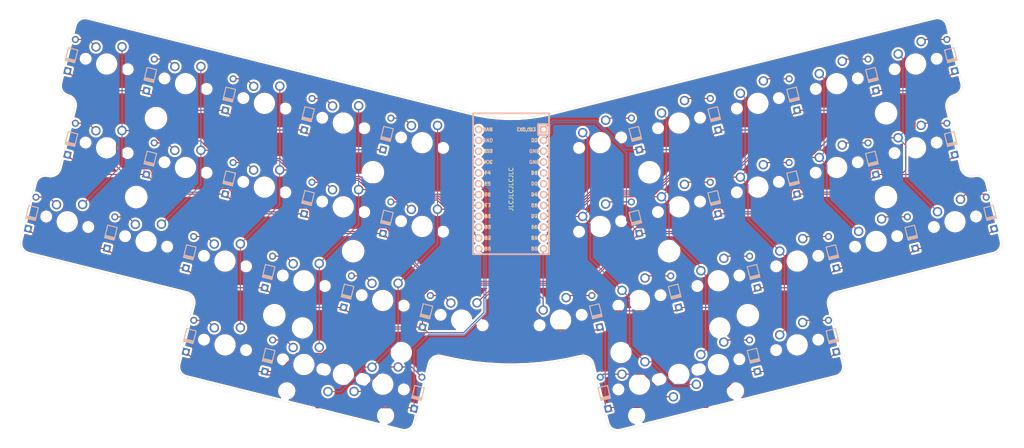
<source format=kicad_pcb>
(kicad_pcb (version 20171130) (host pcbnew 5.1.9)
  (layers (0 F.Cu signal) (31 B.Cu signal) (34 B.Paste user) (35 F.Paste user) (36 B.SilkS user) (37 F.SilkS user) (38 B.Mask user) (39 F.Mask user) (44 Edge.Cuts user))
  (net 0 "")
  (net 1 "Net-(diode1-Pad2)")
  (net 2 "Net-(diode2-Pad2)")
  (net 3 "Net-(diode3-Pad2)")
  (net 4 "Net-(diode4-Pad2)")
  (net 5 "Net-(diode5-Pad2)")
  (net 6 "Net-(diode6-Pad2)")
  (net 7 "Net-(diode7-Pad2)")
  (net 8 "Net-(diode8-Pad2)")
  (net 9 "Net-(diode9-Pad2)")
  (net 10 "Net-(diode10-Pad2)")
  (net 11 "Net-(diode11-Pad2)")
  (net 12 "Net-(diode12-Pad2)")
  (net 13 "Net-(diode13-Pad2)")
  (net 14 "Net-(diode14-Pad2)")
  (net 15 "Net-(diode15-Pad2)")
  (net 16 "Net-(diode16-Pad2)")
  (net 17 "Net-(diode17-Pad2)")
  (net 18 "Net-(diode18-Pad2)")
  (net 19 "Net-(diode19-Pad2)")
  (net 20 "Net-(diode20-Pad2)")
  (net 21 "Net-(diode21-Pad2)")
  (net 22 "Net-(diode22-Pad2)")
  (net 23 "Net-(diode23-Pad2)")
  (net 24 "Net-(diode24-Pad2)")
  (net 25 "Net-(diode25-Pad2)")
  (net 26 "Net-(diode26-Pad2)")
  (net 27 "Net-(diode27-Pad2)")
  (net 28 "Net-(diode28-Pad2)")
  (net 29 "Net-(diode29-Pad2)")
  (net 30 "Net-(diode30-Pad2)")
  (net 31 "Net-(diode31-Pad2)")
  (net 32 "Net-(diode32-Pad2)")
  (net 33 "Net-(diode33-Pad2)")
  (net 34 "Net-(diode34-Pad2)")
  (net 35 "Net-(diode35-Pad2)")
  (net 36 "Net-(diode36-Pad2)")
  (net 37 "Net-(diode37-Pad2)")
  (net 38 "Net-(diode38-Pad2)")
  (net 39 ROW0)
  (net 40 ROW1)
  (net 41 ROW2)
  (net 42 ROW3)
  (net 43 COL5)
  (net 44 COL6)
  (net 45 COL7)
  (net 46 COL8)
  (net 47 COL9)
  (net 48 COLM0)
  (net 49 COL0)
  (net 50 COL1)
  (net 51 COL2)
  (net 52 COL3)
  (net 53 COL4)
  (module footprints:hole-m2-pcb (layer F.Cu) (at 222.6499 41.5463)
    (fp_text reference H10 hide)
    (fp_text value MountingHole hide)
    (pad "" np_thru_hole circle (at 0 0) (size 4.3 4.3) (drill 4.3) (layers *.Cu *.Mask))
  )
  (module footprints:hole-m2-pcb (layer F.Cu) (at 222.6374 61.1826)
    (fp_text reference H9 hide)
    (fp_text value MountingHole hide)
    (pad "" np_thru_hole circle (at 0 0) (size 4.3 4.3) (drill 4.3) (layers *.Cu *.Mask))
  )
  (module footprints:hole-m2-pcb (layer F.Cu) (at 167.1975 55.3722)
    (fp_text reference H8 hide)
    (fp_text value MountingHole hide)
    (pad "" np_thru_hole circle (at 0 0) (size 4.3 4.3) (drill 4.3) (layers *.Cu *.Mask))
  )
  (module footprints:hole-m2-pcb (layer F.Cu) (at 171.8061 73.8563)
    (fp_text reference H7 hide)
    (fp_text value MountingHole hide)
    (pad "" np_thru_hole circle (at 0 0) (size 4.3 4.3) (drill 4.3) (layers *.Cu *.Mask))
  )
  (module footprints:hole-m2-pcb (layer F.Cu) (at 190.2777 88.8839)
    (fp_text reference H6 hide)
    (fp_text value MountingHole hide)
    (pad "" np_thru_hole circle (at 0 0) (size 4.3 4.3) (drill 4.3) (layers *.Cu *.Mask))
  )
  (module footprints:hole-m2-pcb (layer F.Cu) (at 79.2848 88.8838)
    (fp_text reference H5 hide)
    (fp_text value MountingHole hide)
    (pad "" np_thru_hole circle (at 0 0) (size 4.3 4.3) (drill 4.3) (layers *.Cu *.Mask))
  )
  (module footprints:hole-m2-pcb (layer F.Cu) (at 97.7566 73.8562)
    (fp_text reference H4 hide)
    (fp_text value MountingHole hide)
    (pad "" np_thru_hole circle (at 0 0) (size 4.3 4.3) (drill 4.3) (layers *.Cu *.Mask))
  )
  (module footprints:hole-m2-pcb (layer F.Cu) (at 102.3901 55.3722)
    (fp_text reference H3 hide)
    (fp_text value MountingHole hide)
    (pad "" np_thru_hole circle (at 0 0) (size 4.3 4.3) (drill 4.3) (layers *.Cu *.Mask))
  )
  (module footprints:hole-m2-pcb (layer F.Cu) (at 46.9252 61.1825)
    (fp_text reference H2 hide)
    (fp_text value MountingHole hide)
    (pad "" np_thru_hole circle (at 0 0) (size 4.3 4.3) (drill 4.3) (layers *.Cu *.Mask))
  )
  (module footprints:hole-m2-pcb (layer F.Cu) (at 51.5587 42.6985)
    (fp_text reference H1 hide)
    (fp_text value MountingHole hide)
    (pad "" np_thru_hole circle (at 0 0) (size 4.3 4.3) (drill 4.3) (layers *.Cu *.Mask))
  )
  (module footprints:100-minimal (layer F.Cu) (at 113.924032 68.070648 346)
    (fp_text reference switch15 hide)
    (fp_text value switch hide)
    (pad 2 thru_hole circle (at 2.52 -4.79 346) (size 2.2 2.2) (drill 1.5) (layers *.Cu *.Mask) (net 53 COL4))
    (pad 1 thru_hole circle (at -3.405 -3.27 15) (size 2.2 2.2) (drill 1.5) (layers *.Cu *.Mask) (net 15 "Net-(diode15-Pad2)"))
    (pad HOLE np_thru_hole circle (at 5.08 0 346) (size 1.8 1.8) (drill 1.8) (layers *.Cu *.Mask))
    (pad HOLE np_thru_hole circle (at -5.08 0 346) (size 1.8 1.8) (drill 1.8) (layers *.Cu *.Mask))
    (pad HOLE np_thru_hole circle (at 0 0 346) (size 3.9878 3.9878) (drill 3.9878) (layers *.Cu *.Mask))
  )
  (module footprints:100-minimal (layer F.Cu) (at 146.384166 90.011212 14)
    (fp_text reference switch40 hide)
    (fp_text value switch hide)
    (pad 2 thru_hole circle (at 2.52 -4.79 14) (size 2.2 2.2) (drill 1.5) (layers *.Cu *.Mask) (net 38 "Net-(diode38-Pad2)"))
    (pad 1 thru_hole circle (at -3.405 -3.27 43) (size 2.2 2.2) (drill 1.5) (layers *.Cu *.Mask) (net 48 COLM0))
    (pad HOLE np_thru_hole circle (at 5.08 0 14) (size 1.8 1.8) (drill 1.8) (layers *.Cu *.Mask))
    (pad HOLE np_thru_hole circle (at -5.08 0 14) (size 1.8 1.8) (drill 1.8) (layers *.Cu *.Mask))
    (pad HOLE np_thru_hole circle (at 0 0 14) (size 3.9878 3.9878) (drill 3.9878) (layers *.Cu *.Mask))
  )
  (module footprints:100-minimal (layer F.Cu) (at 123.178465 90.01116 346)
    (fp_text reference switch39 hide)
    (fp_text value switch hide)
    (pad 2 thru_hole circle (at 2.52 -4.79 346) (size 2.2 2.2) (drill 1.5) (layers *.Cu *.Mask) (net 48 COLM0))
    (pad 1 thru_hole circle (at -3.405 -3.27 15) (size 2.2 2.2) (drill 1.5) (layers *.Cu *.Mask) (net 37 "Net-(diode37-Pad2)"))
    (pad HOLE np_thru_hole circle (at 5.08 0 346) (size 1.8 1.8) (drill 1.8) (layers *.Cu *.Mask))
    (pad HOLE np_thru_hole circle (at -5.08 0 346) (size 1.8 1.8) (drill 1.8) (layers *.Cu *.Mask))
    (pad HOLE np_thru_hole circle (at 0 0 346) (size 3.9878 3.9878) (drill 3.9878) (layers *.Cu *.Mask))
  )
  (module footprints:diode (layer F.Cu) (at 154.631679 87.954875 14)
    (fp_text reference diode38 hide)
    (fp_text value diode hide)
    (pad 1 thru_hole rect (at 0 3.81 284) (size 1.651 1.651) (drill 0.9906) (layers *.Cu *.Mask) (net 42 ROW3))
    (pad 2 thru_hole circle (at 0 -3.81 284) (size 1.651 1.651) (drill 0.9906) (layers *.Cu *.Mask) (net 38 "Net-(diode38-Pad2)"))
  )
  (module footprints:diode (layer F.Cu) (at 114.930951 87.954823 346)
    (fp_text reference diode37 hide)
    (fp_text value diode hide)
    (pad 1 thru_hole rect (at 0 3.81 256) (size 1.651 1.651) (drill 0.9906) (layers *.Cu *.Mask) (net 41 ROW2))
    (pad 2 thru_hole circle (at 0 -3.81 256) (size 1.651 1.651) (drill 0.9906) (layers *.Cu *.Mask) (net 37 "Net-(diode37-Pad2)"))
  )
  (module footprints:diode (layer F.Cu) (at 210.071579 93.765337 14)
    (fp_text reference diode36 hide)
    (fp_text value diode hide)
    (pad 1 thru_hole rect (at 0 3.81 284) (size 1.651 1.651) (drill 0.9906) (layers *.Cu *.Mask) (net 42 ROW3))
    (pad 2 thru_hole circle (at 0 -3.81 284) (size 1.651 1.651) (drill 0.9906) (layers *.Cu *.Mask) (net 36 "Net-(diode36-Pad2)"))
  )
  (module footprints:promicro (layer B.Cu) (at 134.7724 59.3344 270)
    (fp_text reference U1 hide)
    (fp_text value promicro hide)
    (fp_text user JLCJLCJLCJLC (at 0 0 270) (layer F.SilkS))
    (fp_text user ST (at -8.91 5.04) (layer F.SilkS) (effects (font (size 0.8 0.8))))
    (fp_text user TX0/D3 (at -13.97 -3.571872) (layer B.SilkS) (effects (font (size 0.8 0.8)) (justify mirror)))
    (fp_text user TX0/D3 (at -13.97 -3.571872) (layer F.SilkS) (effects (font (size 0.8 0.8))))
    (fp_text user D2 (at -11.43 -5.461) (layer B.SilkS) (effects (font (size 0.8 0.8)) (justify mirror)))
    (fp_text user D0 (at -1.27 -5.461) (layer B.SilkS) (effects (font (size 0.8 0.8)) (justify mirror)))
    (fp_text user D1 (at -3.81 -5.461) (layer B.SilkS) (effects (font (size 0.8 0.8)) (justify mirror)))
    (fp_text user GND (at -6.35 -5.461) (layer B.SilkS) (effects (font (size 0.8 0.8)) (justify mirror)))
    (fp_text user GND (at -8.89 -5.461) (layer B.SilkS) (effects (font (size 0.8 0.8)) (justify mirror)))
    (fp_text user D4 (at 1.27 -5.461) (layer B.SilkS) (effects (font (size 0.8 0.8)) (justify mirror)))
    (fp_text user C6 (at 3.81 -5.461) (layer B.SilkS) (effects (font (size 0.8 0.8)) (justify mirror)))
    (fp_text user D7 (at 6.35 -5.461) (layer B.SilkS) (effects (font (size 0.8 0.8)) (justify mirror)))
    (fp_text user E6 (at 8.89 -5.461) (layer B.SilkS) (effects (font (size 0.8 0.8)) (justify mirror)))
    (fp_text user B4 (at 11.43 -5.461) (layer B.SilkS) (effects (font (size 0.8 0.8)) (justify mirror)))
    (fp_text user B5 (at 13.97 -5.461) (layer B.SilkS) (effects (font (size 0.8 0.8)) (justify mirror)))
    (fp_text user B6 (at 13.97 5.461) (layer B.SilkS) (effects (font (size 0.8 0.8)) (justify mirror)))
    (fp_text user B2 (at 11.43 5.461) (layer F.SilkS) (effects (font (size 0.8 0.8))))
    (fp_text user B3 (at 8.89 5.461) (layer B.SilkS) (effects (font (size 0.8 0.8)) (justify mirror)))
    (fp_text user B1 (at 6.35 5.461) (layer B.SilkS) (effects (font (size 0.8 0.8)) (justify mirror)))
    (fp_text user F7 (at 3.81 5.461) (layer F.SilkS) (effects (font (size 0.8 0.8))))
    (fp_text user F6 (at 1.27 5.461) (layer F.SilkS) (effects (font (size 0.8 0.8))))
    (fp_text user F5 (at -1.27 5.461) (layer F.SilkS) (effects (font (size 0.8 0.8))))
    (fp_text user F4 (at -3.81 5.461) (layer B.SilkS) (effects (font (size 0.8 0.8)) (justify mirror)))
    (fp_text user VCC (at -6.35 5.461) (layer B.SilkS) (effects (font (size 0.8 0.8)) (justify mirror)))
    (fp_text user ST (at -8.92 5.73312) (layer B.SilkS) (effects (font (size 0.8 0.8)) (justify mirror)))
    (fp_text user GND (at -11.43 5.461) (layer B.SilkS) (effects (font (size 0.8 0.8)) (justify mirror)))
    (fp_text user RAW (at -13.97 5.461) (layer B.SilkS) (effects (font (size 0.8 0.8)) (justify mirror)))
    (fp_text user RAW (at -13.97 5.461) (layer F.SilkS) (effects (font (size 0.8 0.8))))
    (fp_text user GND (at -11.43 5.461) (layer F.SilkS) (effects (font (size 0.8 0.8))))
    (fp_text user VCC (at -6.35 5.461) (layer F.SilkS) (effects (font (size 0.8 0.8))))
    (fp_text user F4 (at -3.81 5.461) (layer F.SilkS) (effects (font (size 0.8 0.8))))
    (fp_text user F5 (at -1.27 5.461) (layer B.SilkS) (effects (font (size 0.8 0.8)) (justify mirror)))
    (fp_text user F6 (at 1.27 5.461) (layer B.SilkS) (effects (font (size 0.8 0.8)) (justify mirror)))
    (fp_text user F7 (at 3.81 5.461) (layer B.SilkS) (effects (font (size 0.8 0.8)) (justify mirror)))
    (fp_text user B1 (at 6.35 5.461) (layer F.SilkS) (effects (font (size 0.8 0.8))))
    (fp_text user B3 (at 8.89 5.461) (layer F.SilkS) (effects (font (size 0.8 0.8))))
    (fp_text user B2 (at 11.43 5.461) (layer B.SilkS) (effects (font (size 0.8 0.8)) (justify mirror)))
    (fp_text user B6 (at 13.97 5.461) (layer F.SilkS) (effects (font (size 0.8 0.8))))
    (fp_text user B5 (at 13.97 -5.461) (layer F.SilkS) (effects (font (size 0.8 0.8))))
    (fp_text user B4 (at 11.43 -5.461) (layer F.SilkS) (effects (font (size 0.8 0.8))))
    (fp_text user E6 (at 8.89 -5.461) (layer F.SilkS) (effects (font (size 0.8 0.8))))
    (fp_text user D7 (at 6.35 -5.461) (layer F.SilkS) (effects (font (size 0.8 0.8))))
    (fp_text user C6 (at 3.81 -5.461) (layer F.SilkS) (effects (font (size 0.8 0.8))))
    (fp_text user D4 (at 1.27 -5.461) (layer F.SilkS) (effects (font (size 0.8 0.8))))
    (fp_text user GND (at -8.89 -5.461) (layer F.SilkS) (effects (font (size 0.8 0.8))))
    (fp_text user GND (at -6.35 -5.461) (layer F.SilkS) (effects (font (size 0.8 0.8))))
    (fp_text user D1 (at -3.81 -5.461) (layer F.SilkS) (effects (font (size 0.8 0.8))))
    (fp_text user D0 (at -1.27 -5.461) (layer F.SilkS) (effects (font (size 0.8 0.8))))
    (fp_text user D2 (at -11.43 -5.461) (layer F.SilkS) (effects (font (size 0.8 0.8))))
    (pad 24 thru_hole circle (at -13.97 7.62 270) (size 1.7526 1.7526) (drill 1.0922) (layers *.Cu *.SilkS *.Mask))
    (pad 12 thru_hole circle (at 13.97 -7.62 270) (size 1.7526 1.7526) (drill 1.0922) (layers *.Cu *.SilkS *.Mask) (net 48 COLM0))
    (pad 23 thru_hole circle (at -11.43 7.62 270) (size 1.7526 1.7526) (drill 1.0922) (layers *.Cu *.SilkS *.Mask))
    (pad 22 thru_hole circle (at -8.89 7.62 270) (size 1.7526 1.7526) (drill 1.0922) (layers *.Cu *.SilkS *.Mask))
    (pad 21 thru_hole circle (at -6.35 7.62 270) (size 1.7526 1.7526) (drill 1.0922) (layers *.Cu *.SilkS *.Mask))
    (pad 20 thru_hole circle (at -3.81 7.62 270) (size 1.7526 1.7526) (drill 1.0922) (layers *.Cu *.SilkS *.Mask))
    (pad 19 thru_hole circle (at -1.27 7.62 270) (size 1.7526 1.7526) (drill 1.0922) (layers *.Cu *.SilkS *.Mask) (net 42 ROW3))
    (pad 18 thru_hole circle (at 1.27 7.62 270) (size 1.7526 1.7526) (drill 1.0922) (layers *.Cu *.SilkS *.Mask) (net 49 COL0))
    (pad 17 thru_hole circle (at 3.81 7.62 270) (size 1.7526 1.7526) (drill 1.0922) (layers *.Cu *.SilkS *.Mask) (net 50 COL1))
    (pad 16 thru_hole circle (at 6.35 7.62 270) (size 1.7526 1.7526) (drill 1.0922) (layers *.Cu *.SilkS *.Mask) (net 51 COL2))
    (pad 15 thru_hole circle (at 8.89 7.62 270) (size 1.7526 1.7526) (drill 1.0922) (layers *.Cu *.SilkS *.Mask) (net 52 COL3))
    (pad 14 thru_hole circle (at 11.43 7.62 270) (size 1.7526 1.7526) (drill 1.0922) (layers *.Cu *.SilkS *.Mask) (net 53 COL4))
    (pad 13 thru_hole circle (at 13.97 7.62 270) (size 1.7526 1.7526) (drill 1.0922) (layers *.Cu *.SilkS *.Mask) (net 41 ROW2))
    (pad 11 thru_hole circle (at 11.43 -7.62 270) (size 1.7526 1.7526) (drill 1.0922) (layers *.Cu *.SilkS *.Mask) (net 43 COL5))
    (pad 10 thru_hole circle (at 8.89 -7.62 270) (size 1.7526 1.7526) (drill 1.0922) (layers *.Cu *.SilkS *.Mask) (net 44 COL6))
    (pad 9 thru_hole circle (at 6.35 -7.62 270) (size 1.7526 1.7526) (drill 1.0922) (layers *.Cu *.SilkS *.Mask) (net 45 COL7))
    (pad 8 thru_hole circle (at 3.81 -7.62 270) (size 1.7526 1.7526) (drill 1.0922) (layers *.Cu *.SilkS *.Mask) (net 46 COL8))
    (pad 7 thru_hole circle (at 1.27 -7.62 270) (size 1.7526 1.7526) (drill 1.0922) (layers *.Cu *.SilkS *.Mask) (net 47 COL9))
    (pad 6 thru_hole circle (at -1.27 -7.62 270) (size 1.7526 1.7526) (drill 1.0922) (layers *.Cu *.SilkS *.Mask))
    (pad 5 thru_hole circle (at -3.81 -7.62 270) (size 1.7526 1.7526) (drill 1.0922) (layers *.Cu *.SilkS *.Mask))
    (pad 4 thru_hole circle (at -6.35 -7.62 270) (size 1.7526 1.7526) (drill 1.0922) (layers *.Cu *.SilkS *.Mask))
    (pad 3 thru_hole circle (at -8.89 -7.62 270) (size 1.7526 1.7526) (drill 1.0922) (layers *.Cu *.SilkS *.Mask))
    (pad 2 thru_hole circle (at -11.43 -7.62 270) (size 1.7526 1.7526) (drill 1.0922) (layers *.Cu *.SilkS *.Mask) (net 40 ROW1))
    (pad 1 thru_hole rect (at -13.97 -7.62 270) (size 1.7526 1.7526) (drill 1.0922) (layers *.Cu *.SilkS *.Mask) (net 39 ROW0))
  )
  (module footprints:200-minimal (layer F.Cu) (at 174.097865 102.734592 194)
    (fp_text reference switch38 hide)
    (fp_text value switch hide)
    (pad 1 thru_hole circle (at -3.405 -3.27 223) (size 2.2 2.2) (drill 1.5) (layers *.Cu *.Mask) (net 43 COL5))
    (pad 2 thru_hole circle (at 2.52 -4.79 194) (size 2.2 2.2) (drill 1.5) (layers *.Cu *.Mask) (net 34 "Net-(diode34-Pad2)"))
    (pad "" np_thru_hole circle (at 11.938 8.255 194) (size 3.9878 3.9878) (drill 3.9878) (layers *.Cu *.Mask))
    (pad "" np_thru_hole circle (at -11.938 8.255 194) (size 3.9878 3.9878) (drill 3.9878) (layers *.Cu *.Mask))
    (pad "" np_thru_hole circle (at 11.938 -6.985 194) (size 3.048 3.048) (drill 3.048) (layers *.Cu *.Mask))
    (pad "" np_thru_hole circle (at -11.938 -6.985 194) (size 3.048 3.048) (drill 3.048) (layers *.Cu *.Mask))
    (pad "" np_thru_hole circle (at 5.08 0 194) (size 1.8 1.8) (drill 1.8) (layers *.Cu *.Mask))
    (pad "" np_thru_hole circle (at -5.08 0 194) (size 1.8 1.8) (drill 1.8) (layers *.Cu *.Mask))
    (pad "" np_thru_hole circle (at 0 0 194) (size 3.9878 3.9878) (drill 3.9878) (layers *.Cu *.Mask))
  )
  (module footprints:200-minimal (layer F.Cu) (at 95.4646 102.734518 166)
    (fp_text reference switch37 hide)
    (fp_text value switch hide)
    (pad 1 thru_hole circle (at -3.405 -3.27 195) (size 2.2 2.2) (drill 1.5) (layers *.Cu *.Mask) (net 33 "Net-(diode33-Pad2)"))
    (pad 2 thru_hole circle (at 2.52 -4.79 166) (size 2.2 2.2) (drill 1.5) (layers *.Cu *.Mask) (net 53 COL4))
    (pad "" np_thru_hole circle (at 11.938 8.255 166) (size 3.9878 3.9878) (drill 3.9878) (layers *.Cu *.Mask))
    (pad "" np_thru_hole circle (at -11.938 8.255 166) (size 3.9878 3.9878) (drill 3.9878) (layers *.Cu *.Mask))
    (pad "" np_thru_hole circle (at 11.938 -6.985 166) (size 3.048 3.048) (drill 3.048) (layers *.Cu *.Mask))
    (pad "" np_thru_hole circle (at -11.938 -6.985 166) (size 3.048 3.048) (drill 3.048) (layers *.Cu *.Mask))
    (pad "" np_thru_hole circle (at 5.08 0 166) (size 1.8 1.8) (drill 1.8) (layers *.Cu *.Mask))
    (pad "" np_thru_hole circle (at -5.08 0 166) (size 1.8 1.8) (drill 1.8) (layers *.Cu *.Mask))
    (pad "" np_thru_hole circle (at 0 0 166) (size 3.9878 3.9878) (drill 3.9878) (layers *.Cu *.Mask))
  )
  (module footprints:100-minimal (layer F.Cu) (at 201.824066 95.821674 14)
    (fp_text reference switch36 hide)
    (fp_text value switch hide)
    (pad 2 thru_hole circle (at 2.52 -4.79 14) (size 2.2 2.2) (drill 1.5) (layers *.Cu *.Mask) (net 36 "Net-(diode36-Pad2)"))
    (pad 1 thru_hole circle (at -3.405 -3.27 43) (size 2.2 2.2) (drill 1.5) (layers *.Cu *.Mask) (net 45 COL7))
    (pad HOLE np_thru_hole circle (at 5.08 0 14) (size 1.8 1.8) (drill 1.8) (layers *.Cu *.Mask))
    (pad HOLE np_thru_hole circle (at -5.08 0 14) (size 1.8 1.8) (drill 1.8) (layers *.Cu *.Mask))
    (pad HOLE np_thru_hole circle (at 0 0 14) (size 3.9878 3.9878) (drill 3.9878) (layers *.Cu *.Mask))
  )
  (module footprints:100-minimal (layer F.Cu) (at 183.339933 100.430287 14)
    (fp_text reference switch35 hide)
    (fp_text value switch hide)
    (pad 2 thru_hole circle (at 2.52 -4.79 14) (size 2.2 2.2) (drill 1.5) (layers *.Cu *.Mask) (net 35 "Net-(diode35-Pad2)"))
    (pad 1 thru_hole circle (at -3.405 -3.27 43) (size 2.2 2.2) (drill 1.5) (layers *.Cu *.Mask) (net 44 COL6))
    (pad HOLE np_thru_hole circle (at 5.08 0 14) (size 1.8 1.8) (drill 1.8) (layers *.Cu *.Mask))
    (pad HOLE np_thru_hole circle (at -5.08 0 14) (size 1.8 1.8) (drill 1.8) (layers *.Cu *.Mask))
    (pad HOLE np_thru_hole circle (at 0 0 14) (size 3.9878 3.9878) (drill 3.9878) (layers *.Cu *.Mask))
  )
  (module footprints:100-minimal (layer F.Cu) (at 164.8558 105.0389 14)
    (fp_text reference switch34 hide)
    (fp_text value switch hide)
    (pad 2 thru_hole circle (at 2.52 -4.79 14) (size 2.2 2.2) (drill 1.5) (layers *.Cu *.Mask) (net 43 COL5))
    (pad 1 thru_hole circle (at -3.405 -3.27 43) (size 2.2 2.2) (drill 1.5) (layers *.Cu *.Mask) (net 34 "Net-(diode34-Pad2)"))
    (pad HOLE np_thru_hole circle (at 5.08 0 14) (size 1.8 1.8) (drill 1.8) (layers *.Cu *.Mask))
    (pad HOLE np_thru_hole circle (at -5.08 0 14) (size 1.8 1.8) (drill 1.8) (layers *.Cu *.Mask))
    (pad HOLE np_thru_hole circle (at 0 0 14) (size 3.9878 3.9878) (drill 3.9878) (layers *.Cu *.Mask))
  )
  (module footprints:100-minimal (layer F.Cu) (at 104.706666 105.038824 346)
    (fp_text reference switch33 hide)
    (fp_text value switch hide)
    (pad 2 thru_hole circle (at 2.52 -4.79 346) (size 2.2 2.2) (drill 1.5) (layers *.Cu *.Mask) (net 33 "Net-(diode33-Pad2)"))
    (pad 1 thru_hole circle (at -3.405 -3.27 15) (size 2.2 2.2) (drill 1.5) (layers *.Cu *.Mask) (net 53 COL4))
    (pad HOLE np_thru_hole circle (at 5.08 0 346) (size 1.8 1.8) (drill 1.8) (layers *.Cu *.Mask))
    (pad HOLE np_thru_hole circle (at -5.08 0 346) (size 1.8 1.8) (drill 1.8) (layers *.Cu *.Mask))
    (pad HOLE np_thru_hole circle (at 0 0 346) (size 3.9878 3.9878) (drill 3.9878) (layers *.Cu *.Mask))
  )
  (module footprints:100-minimal (layer F.Cu) (at 86.222533 100.430212 346)
    (fp_text reference switch32 hide)
    (fp_text value switch hide)
    (pad 2 thru_hole circle (at 2.52 -4.79 346) (size 2.2 2.2) (drill 1.5) (layers *.Cu *.Mask) (net 52 COL3))
    (pad 1 thru_hole circle (at -3.405 -3.27 15) (size 2.2 2.2) (drill 1.5) (layers *.Cu *.Mask) (net 32 "Net-(diode32-Pad2)"))
    (pad HOLE np_thru_hole circle (at 5.08 0 346) (size 1.8 1.8) (drill 1.8) (layers *.Cu *.Mask))
    (pad HOLE np_thru_hole circle (at -5.08 0 346) (size 1.8 1.8) (drill 1.8) (layers *.Cu *.Mask))
    (pad HOLE np_thru_hole circle (at 0 0 346) (size 3.9878 3.9878) (drill 3.9878) (layers *.Cu *.Mask))
  )
  (module footprints:100-minimal (layer F.Cu) (at 67.7384 95.8216 346)
    (fp_text reference switch31 hide)
    (fp_text value switch hide)
    (pad 2 thru_hole circle (at 2.52 -4.79 346) (size 2.2 2.2) (drill 1.5) (layers *.Cu *.Mask) (net 51 COL2))
    (pad 1 thru_hole circle (at -3.405 -3.27 15) (size 2.2 2.2) (drill 1.5) (layers *.Cu *.Mask) (net 31 "Net-(diode31-Pad2)"))
    (pad HOLE np_thru_hole circle (at 5.08 0 346) (size 1.8 1.8) (drill 1.8) (layers *.Cu *.Mask))
    (pad HOLE np_thru_hole circle (at -5.08 0 346) (size 1.8 1.8) (drill 1.8) (layers *.Cu *.Mask))
    (pad HOLE np_thru_hole circle (at 0 0 346) (size 3.9878 3.9878) (drill 3.9878) (layers *.Cu *.Mask))
  )
  (module footprints:100-minimal (layer F.Cu) (at 238.804832 66.968148 14)
    (fp_text reference switch30 hide)
    (fp_text value switch hide)
    (pad 2 thru_hole circle (at 2.52 -4.79 14) (size 2.2 2.2) (drill 1.5) (layers *.Cu *.Mask) (net 30 "Net-(diode30-Pad2)"))
    (pad 1 thru_hole circle (at -3.405 -3.27 43) (size 2.2 2.2) (drill 1.5) (layers *.Cu *.Mask) (net 47 COL9))
    (pad HOLE np_thru_hole circle (at 5.08 0 14) (size 1.8 1.8) (drill 1.8) (layers *.Cu *.Mask))
    (pad HOLE np_thru_hole circle (at -5.08 0 14) (size 1.8 1.8) (drill 1.8) (layers *.Cu *.Mask))
    (pad HOLE np_thru_hole circle (at 0 0 14) (size 3.9878 3.9878) (drill 3.9878) (layers *.Cu *.Mask))
  )
  (module footprints:100-minimal (layer F.Cu) (at 220.320699 71.576761 14)
    (fp_text reference switch29 hide)
    (fp_text value switch hide)
    (pad 2 thru_hole circle (at 2.52 -4.79 14) (size 2.2 2.2) (drill 1.5) (layers *.Cu *.Mask) (net 29 "Net-(diode29-Pad2)"))
    (pad 1 thru_hole circle (at -3.405 -3.27 43) (size 2.2 2.2) (drill 1.5) (layers *.Cu *.Mask) (net 46 COL8))
    (pad HOLE np_thru_hole circle (at 5.08 0 14) (size 1.8 1.8) (drill 1.8) (layers *.Cu *.Mask))
    (pad HOLE np_thru_hole circle (at -5.08 0 14) (size 1.8 1.8) (drill 1.8) (layers *.Cu *.Mask))
    (pad HOLE np_thru_hole circle (at 0 0 14) (size 3.9878 3.9878) (drill 3.9878) (layers *.Cu *.Mask))
  )
  (module footprints:100-minimal (layer F.Cu) (at 201.836566 76.185374 14)
    (fp_text reference switch28 hide)
    (fp_text value switch hide)
    (pad 2 thru_hole circle (at 2.52 -4.79 14) (size 2.2 2.2) (drill 1.5) (layers *.Cu *.Mask) (net 28 "Net-(diode28-Pad2)"))
    (pad 1 thru_hole circle (at -3.405 -3.27 43) (size 2.2 2.2) (drill 1.5) (layers *.Cu *.Mask) (net 45 COL7))
    (pad HOLE np_thru_hole circle (at 5.08 0 14) (size 1.8 1.8) (drill 1.8) (layers *.Cu *.Mask))
    (pad HOLE np_thru_hole circle (at -5.08 0 14) (size 1.8 1.8) (drill 1.8) (layers *.Cu *.Mask))
    (pad HOLE np_thru_hole circle (at 0 0 14) (size 3.9878 3.9878) (drill 3.9878) (layers *.Cu *.Mask))
  )
  (module footprints:100-minimal (layer F.Cu) (at 183.352433 80.793987 14)
    (fp_text reference switch27 hide)
    (fp_text value switch hide)
    (pad 2 thru_hole circle (at 2.52 -4.79 14) (size 2.2 2.2) (drill 1.5) (layers *.Cu *.Mask) (net 27 "Net-(diode27-Pad2)"))
    (pad 1 thru_hole circle (at -3.405 -3.27 43) (size 2.2 2.2) (drill 1.5) (layers *.Cu *.Mask) (net 44 COL6))
    (pad HOLE np_thru_hole circle (at 5.08 0 14) (size 1.8 1.8) (drill 1.8) (layers *.Cu *.Mask))
    (pad HOLE np_thru_hole circle (at -5.08 0 14) (size 1.8 1.8) (drill 1.8) (layers *.Cu *.Mask))
    (pad HOLE np_thru_hole circle (at 0 0 14) (size 3.9878 3.9878) (drill 3.9878) (layers *.Cu *.Mask))
  )
  (module footprints:100-minimal (layer F.Cu) (at 164.8683 85.4026 14)
    (fp_text reference switch26 hide)
    (fp_text value switch hide)
    (pad 2 thru_hole circle (at 2.52 -4.79 14) (size 2.2 2.2) (drill 1.5) (layers *.Cu *.Mask) (net 26 "Net-(diode26-Pad2)"))
    (pad 1 thru_hole circle (at -3.405 -3.27 43) (size 2.2 2.2) (drill 1.5) (layers *.Cu *.Mask) (net 43 COL5))
    (pad HOLE np_thru_hole circle (at 5.08 0 14) (size 1.8 1.8) (drill 1.8) (layers *.Cu *.Mask))
    (pad HOLE np_thru_hole circle (at -5.08 0 14) (size 1.8 1.8) (drill 1.8) (layers *.Cu *.Mask))
    (pad HOLE np_thru_hole circle (at 0 0 14) (size 3.9878 3.9878) (drill 3.9878) (layers *.Cu *.Mask))
  )
  (module footprints:100-minimal (layer F.Cu) (at 104.694332 85.402548 346)
    (fp_text reference switch25 hide)
    (fp_text value switch hide)
    (pad 2 thru_hole circle (at 2.52 -4.79 346) (size 2.2 2.2) (drill 1.5) (layers *.Cu *.Mask) (net 53 COL4))
    (pad 1 thru_hole circle (at -3.405 -3.27 15) (size 2.2 2.2) (drill 1.5) (layers *.Cu *.Mask) (net 25 "Net-(diode25-Pad2)"))
    (pad HOLE np_thru_hole circle (at 5.08 0 346) (size 1.8 1.8) (drill 1.8) (layers *.Cu *.Mask))
    (pad HOLE np_thru_hole circle (at -5.08 0 346) (size 1.8 1.8) (drill 1.8) (layers *.Cu *.Mask))
    (pad HOLE np_thru_hole circle (at 0 0 346) (size 3.9878 3.9878) (drill 3.9878) (layers *.Cu *.Mask))
  )
  (module footprints:100-minimal (layer F.Cu) (at 86.210199 80.793936 346)
    (fp_text reference switch24 hide)
    (fp_text value switch hide)
    (pad 2 thru_hole circle (at 2.52 -4.79 346) (size 2.2 2.2) (drill 1.5) (layers *.Cu *.Mask) (net 52 COL3))
    (pad 1 thru_hole circle (at -3.405 -3.27 15) (size 2.2 2.2) (drill 1.5) (layers *.Cu *.Mask) (net 24 "Net-(diode24-Pad2)"))
    (pad HOLE np_thru_hole circle (at 5.08 0 346) (size 1.8 1.8) (drill 1.8) (layers *.Cu *.Mask))
    (pad HOLE np_thru_hole circle (at -5.08 0 346) (size 1.8 1.8) (drill 1.8) (layers *.Cu *.Mask))
    (pad HOLE np_thru_hole circle (at 0 0 346) (size 3.9878 3.9878) (drill 3.9878) (layers *.Cu *.Mask))
  )
  (module footprints:100-minimal (layer F.Cu) (at 67.726066 76.185324 346)
    (fp_text reference switch23 hide)
    (fp_text value switch hide)
    (pad 2 thru_hole circle (at 2.52 -4.79 346) (size 2.2 2.2) (drill 1.5) (layers *.Cu *.Mask) (net 51 COL2))
    (pad 1 thru_hole circle (at -3.405 -3.27 15) (size 2.2 2.2) (drill 1.5) (layers *.Cu *.Mask) (net 23 "Net-(diode23-Pad2)"))
    (pad HOLE np_thru_hole circle (at 5.08 0 346) (size 1.8 1.8) (drill 1.8) (layers *.Cu *.Mask))
    (pad HOLE np_thru_hole circle (at -5.08 0 346) (size 1.8 1.8) (drill 1.8) (layers *.Cu *.Mask))
    (pad HOLE np_thru_hole circle (at 0 0 346) (size 3.9878 3.9878) (drill 3.9878) (layers *.Cu *.Mask))
  )
  (module footprints:100-minimal (layer F.Cu) (at 49.241933 71.576712 346)
    (fp_text reference switch22 hide)
    (fp_text value switch hide)
    (pad 2 thru_hole circle (at 2.52 -4.79 346) (size 2.2 2.2) (drill 1.5) (layers *.Cu *.Mask) (net 50 COL1))
    (pad 1 thru_hole circle (at -3.405 -3.27 15) (size 2.2 2.2) (drill 1.5) (layers *.Cu *.Mask) (net 22 "Net-(diode22-Pad2)"))
    (pad HOLE np_thru_hole circle (at 5.08 0 346) (size 1.8 1.8) (drill 1.8) (layers *.Cu *.Mask))
    (pad HOLE np_thru_hole circle (at -5.08 0 346) (size 1.8 1.8) (drill 1.8) (layers *.Cu *.Mask))
    (pad HOLE np_thru_hole circle (at 0 0 346) (size 3.9878 3.9878) (drill 3.9878) (layers *.Cu *.Mask))
  )
  (module footprints:100-minimal (layer F.Cu) (at 30.7578 66.9681 346)
    (fp_text reference switch21 hide)
    (fp_text value switch hide)
    (pad 2 thru_hole circle (at 2.52 -4.79 346) (size 2.2 2.2) (drill 1.5) (layers *.Cu *.Mask) (net 49 COL0))
    (pad 1 thru_hole circle (at -3.405 -3.27 15) (size 2.2 2.2) (drill 1.5) (layers *.Cu *.Mask) (net 21 "Net-(diode21-Pad2)"))
    (pad HOLE np_thru_hole circle (at 5.08 0 346) (size 1.8 1.8) (drill 1.8) (layers *.Cu *.Mask))
    (pad HOLE np_thru_hole circle (at -5.08 0 346) (size 1.8 1.8) (drill 1.8) (layers *.Cu *.Mask))
    (pad HOLE np_thru_hole circle (at 0 0 346) (size 3.9878 3.9878) (drill 3.9878) (layers *.Cu *.Mask))
  )
  (module footprints:100-minimal (layer F.Cu) (at 229.575232 49.636248 14)
    (fp_text reference switch20 hide)
    (fp_text value switch hide)
    (pad 2 thru_hole circle (at 2.52 -4.79 14) (size 2.2 2.2) (drill 1.5) (layers *.Cu *.Mask) (net 20 "Net-(diode20-Pad2)"))
    (pad 1 thru_hole circle (at -3.405 -3.27 43) (size 2.2 2.2) (drill 1.5) (layers *.Cu *.Mask) (net 47 COL9))
    (pad HOLE np_thru_hole circle (at 5.08 0 14) (size 1.8 1.8) (drill 1.8) (layers *.Cu *.Mask))
    (pad HOLE np_thru_hole circle (at -5.08 0 14) (size 1.8 1.8) (drill 1.8) (layers *.Cu *.Mask))
    (pad HOLE np_thru_hole circle (at 0 0 14) (size 3.9878 3.9878) (drill 3.9878) (layers *.Cu *.Mask))
  )
  (module footprints:100-minimal (layer F.Cu) (at 211.091099 54.244861 14)
    (fp_text reference switch19 hide)
    (fp_text value switch hide)
    (pad 2 thru_hole circle (at 2.52 -4.79 14) (size 2.2 2.2) (drill 1.5) (layers *.Cu *.Mask) (net 19 "Net-(diode19-Pad2)"))
    (pad 1 thru_hole circle (at -3.405 -3.27 43) (size 2.2 2.2) (drill 1.5) (layers *.Cu *.Mask) (net 46 COL8))
    (pad HOLE np_thru_hole circle (at 5.08 0 14) (size 1.8 1.8) (drill 1.8) (layers *.Cu *.Mask))
    (pad HOLE np_thru_hole circle (at -5.08 0 14) (size 1.8 1.8) (drill 1.8) (layers *.Cu *.Mask))
    (pad HOLE np_thru_hole circle (at 0 0 14) (size 3.9878 3.9878) (drill 3.9878) (layers *.Cu *.Mask))
  )
  (module footprints:100-minimal (layer F.Cu) (at 192.606966 58.853474 14)
    (fp_text reference switch18 hide)
    (fp_text value switch hide)
    (pad 2 thru_hole circle (at 2.52 -4.79 14) (size 2.2 2.2) (drill 1.5) (layers *.Cu *.Mask) (net 18 "Net-(diode18-Pad2)"))
    (pad 1 thru_hole circle (at -3.405 -3.27 43) (size 2.2 2.2) (drill 1.5) (layers *.Cu *.Mask) (net 45 COL7))
    (pad HOLE np_thru_hole circle (at 5.08 0 14) (size 1.8 1.8) (drill 1.8) (layers *.Cu *.Mask))
    (pad HOLE np_thru_hole circle (at -5.08 0 14) (size 1.8 1.8) (drill 1.8) (layers *.Cu *.Mask))
    (pad HOLE np_thru_hole circle (at 0 0 14) (size 3.9878 3.9878) (drill 3.9878) (layers *.Cu *.Mask))
  )
  (module footprints:100-minimal (layer F.Cu) (at 174.122833 63.462087 14)
    (fp_text reference switch17 hide)
    (fp_text value switch hide)
    (pad 2 thru_hole circle (at 2.52 -4.79 14) (size 2.2 2.2) (drill 1.5) (layers *.Cu *.Mask) (net 17 "Net-(diode17-Pad2)"))
    (pad 1 thru_hole circle (at -3.405 -3.27 43) (size 2.2 2.2) (drill 1.5) (layers *.Cu *.Mask) (net 44 COL6))
    (pad HOLE np_thru_hole circle (at 5.08 0 14) (size 1.8 1.8) (drill 1.8) (layers *.Cu *.Mask))
    (pad HOLE np_thru_hole circle (at -5.08 0 14) (size 1.8 1.8) (drill 1.8) (layers *.Cu *.Mask))
    (pad HOLE np_thru_hole circle (at 0 0 14) (size 3.9878 3.9878) (drill 3.9878) (layers *.Cu *.Mask))
  )
  (module footprints:100-minimal (layer F.Cu) (at 155.6387 68.0707 14)
    (fp_text reference switch16 hide)
    (fp_text value switch hide)
    (pad 2 thru_hole circle (at 2.52 -4.79 14) (size 2.2 2.2) (drill 1.5) (layers *.Cu *.Mask) (net 16 "Net-(diode16-Pad2)"))
    (pad 1 thru_hole circle (at -3.405 -3.27 43) (size 2.2 2.2) (drill 1.5) (layers *.Cu *.Mask) (net 43 COL5))
    (pad HOLE np_thru_hole circle (at 5.08 0 14) (size 1.8 1.8) (drill 1.8) (layers *.Cu *.Mask))
    (pad HOLE np_thru_hole circle (at -5.08 0 14) (size 1.8 1.8) (drill 1.8) (layers *.Cu *.Mask))
    (pad HOLE np_thru_hole circle (at 0 0 14) (size 3.9878 3.9878) (drill 3.9878) (layers *.Cu *.Mask))
  )
  (module footprints:100-minimal (layer F.Cu) (at 95.439899 63.462036 346)
    (fp_text reference switch14 hide)
    (fp_text value switch hide)
    (pad 2 thru_hole circle (at 2.52 -4.79 346) (size 2.2 2.2) (drill 1.5) (layers *.Cu *.Mask) (net 52 COL3))
    (pad 1 thru_hole circle (at -3.405 -3.27 15) (size 2.2 2.2) (drill 1.5) (layers *.Cu *.Mask) (net 14 "Net-(diode14-Pad2)"))
    (pad HOLE np_thru_hole circle (at 5.08 0 346) (size 1.8 1.8) (drill 1.8) (layers *.Cu *.Mask))
    (pad HOLE np_thru_hole circle (at -5.08 0 346) (size 1.8 1.8) (drill 1.8) (layers *.Cu *.Mask))
    (pad HOLE np_thru_hole circle (at 0 0 346) (size 3.9878 3.9878) (drill 3.9878) (layers *.Cu *.Mask))
  )
  (module footprints:100-minimal (layer F.Cu) (at 76.955766 58.853424 346)
    (fp_text reference switch13 hide)
    (fp_text value switch hide)
    (pad 2 thru_hole circle (at 2.52 -4.79 346) (size 2.2 2.2) (drill 1.5) (layers *.Cu *.Mask) (net 51 COL2))
    (pad 1 thru_hole circle (at -3.405 -3.27 15) (size 2.2 2.2) (drill 1.5) (layers *.Cu *.Mask) (net 13 "Net-(diode13-Pad2)"))
    (pad HOLE np_thru_hole circle (at 5.08 0 346) (size 1.8 1.8) (drill 1.8) (layers *.Cu *.Mask))
    (pad HOLE np_thru_hole circle (at -5.08 0 346) (size 1.8 1.8) (drill 1.8) (layers *.Cu *.Mask))
    (pad HOLE np_thru_hole circle (at 0 0 346) (size 3.9878 3.9878) (drill 3.9878) (layers *.Cu *.Mask))
  )
  (module footprints:100-minimal (layer F.Cu) (at 58.471633 54.244812 346)
    (fp_text reference switch12 hide)
    (fp_text value switch hide)
    (pad 2 thru_hole circle (at 2.52 -4.79 346) (size 2.2 2.2) (drill 1.5) (layers *.Cu *.Mask) (net 50 COL1))
    (pad 1 thru_hole circle (at -3.405 -3.27 15) (size 2.2 2.2) (drill 1.5) (layers *.Cu *.Mask) (net 12 "Net-(diode12-Pad2)"))
    (pad HOLE np_thru_hole circle (at 5.08 0 346) (size 1.8 1.8) (drill 1.8) (layers *.Cu *.Mask))
    (pad HOLE np_thru_hole circle (at -5.08 0 346) (size 1.8 1.8) (drill 1.8) (layers *.Cu *.Mask))
    (pad HOLE np_thru_hole circle (at 0 0 346) (size 3.9878 3.9878) (drill 3.9878) (layers *.Cu *.Mask))
  )
  (module footprints:100-minimal (layer F.Cu) (at 39.9875 49.6362 346)
    (fp_text reference switch11 hide)
    (fp_text value switch hide)
    (pad 2 thru_hole circle (at 2.52 -4.79 346) (size 2.2 2.2) (drill 1.5) (layers *.Cu *.Mask) (net 49 COL0))
    (pad 1 thru_hole circle (at -3.405 -3.27 15) (size 2.2 2.2) (drill 1.5) (layers *.Cu *.Mask) (net 11 "Net-(diode11-Pad2)"))
    (pad HOLE np_thru_hole circle (at 5.08 0 346) (size 1.8 1.8) (drill 1.8) (layers *.Cu *.Mask))
    (pad HOLE np_thru_hole circle (at -5.08 0 346) (size 1.8 1.8) (drill 1.8) (layers *.Cu *.Mask))
    (pad HOLE np_thru_hole circle (at 0 0 346) (size 3.9878 3.9878) (drill 3.9878) (layers *.Cu *.Mask))
  )
  (module footprints:100-minimal (layer F.Cu) (at 229.587732 29.999996 14)
    (fp_text reference switch10 hide)
    (fp_text value switch hide)
    (pad 2 thru_hole circle (at 2.52 -4.79 14) (size 2.2 2.2) (drill 1.5) (layers *.Cu *.Mask) (net 10 "Net-(diode10-Pad2)"))
    (pad 1 thru_hole circle (at -3.405 -3.27 43) (size 2.2 2.2) (drill 1.5) (layers *.Cu *.Mask) (net 47 COL9))
    (pad HOLE np_thru_hole circle (at 5.08 0 14) (size 1.8 1.8) (drill 1.8) (layers *.Cu *.Mask))
    (pad HOLE np_thru_hole circle (at -5.08 0 14) (size 1.8 1.8) (drill 1.8) (layers *.Cu *.Mask))
    (pad HOLE np_thru_hole circle (at 0 0 14) (size 3.9878 3.9878) (drill 3.9878) (layers *.Cu *.Mask))
  )
  (module footprints:100-minimal (layer F.Cu) (at 211.103599 34.608609 14)
    (fp_text reference switch9 hide)
    (fp_text value switch hide)
    (pad 2 thru_hole circle (at 2.52 -4.79 14) (size 2.2 2.2) (drill 1.5) (layers *.Cu *.Mask) (net 9 "Net-(diode9-Pad2)"))
    (pad 1 thru_hole circle (at -3.405 -3.27 43) (size 2.2 2.2) (drill 1.5) (layers *.Cu *.Mask) (net 46 COL8))
    (pad HOLE np_thru_hole circle (at 5.08 0 14) (size 1.8 1.8) (drill 1.8) (layers *.Cu *.Mask))
    (pad HOLE np_thru_hole circle (at -5.08 0 14) (size 1.8 1.8) (drill 1.8) (layers *.Cu *.Mask))
    (pad HOLE np_thru_hole circle (at 0 0 14) (size 3.9878 3.9878) (drill 3.9878) (layers *.Cu *.Mask))
  )
  (module footprints:100-minimal (layer F.Cu) (at 192.619466 39.217222 14)
    (fp_text reference switch8 hide)
    (fp_text value switch hide)
    (pad 2 thru_hole circle (at 2.52 -4.79 14) (size 2.2 2.2) (drill 1.5) (layers *.Cu *.Mask) (net 8 "Net-(diode8-Pad2)"))
    (pad 1 thru_hole circle (at -3.405 -3.27 43) (size 2.2 2.2) (drill 1.5) (layers *.Cu *.Mask) (net 45 COL7))
    (pad HOLE np_thru_hole circle (at 5.08 0 14) (size 1.8 1.8) (drill 1.8) (layers *.Cu *.Mask))
    (pad HOLE np_thru_hole circle (at -5.08 0 14) (size 1.8 1.8) (drill 1.8) (layers *.Cu *.Mask))
    (pad HOLE np_thru_hole circle (at 0 0 14) (size 3.9878 3.9878) (drill 3.9878) (layers *.Cu *.Mask))
  )
  (module footprints:100-minimal (layer F.Cu) (at 174.135333 43.825835 14)
    (fp_text reference switch7 hide)
    (fp_text value switch hide)
    (pad 2 thru_hole circle (at 2.52 -4.79 14) (size 2.2 2.2) (drill 1.5) (layers *.Cu *.Mask) (net 7 "Net-(diode7-Pad2)"))
    (pad 1 thru_hole circle (at -3.405 -3.27 43) (size 2.2 2.2) (drill 1.5) (layers *.Cu *.Mask) (net 44 COL6))
    (pad HOLE np_thru_hole circle (at 5.08 0 14) (size 1.8 1.8) (drill 1.8) (layers *.Cu *.Mask))
    (pad HOLE np_thru_hole circle (at -5.08 0 14) (size 1.8 1.8) (drill 1.8) (layers *.Cu *.Mask))
    (pad HOLE np_thru_hole circle (at 0 0 14) (size 3.9878 3.9878) (drill 3.9878) (layers *.Cu *.Mask))
  )
  (module footprints:100-minimal (layer F.Cu) (at 155.6512 48.434448 14)
    (fp_text reference switch6 hide)
    (fp_text value switch hide)
    (pad 2 thru_hole circle (at 2.52 -4.79 14) (size 2.2 2.2) (drill 1.5) (layers *.Cu *.Mask) (net 6 "Net-(diode6-Pad2)"))
    (pad 1 thru_hole circle (at -3.405 -3.27 43) (size 2.2 2.2) (drill 1.5) (layers *.Cu *.Mask) (net 43 COL5))
    (pad HOLE np_thru_hole circle (at 5.08 0 14) (size 1.8 1.8) (drill 1.8) (layers *.Cu *.Mask))
    (pad HOLE np_thru_hole circle (at -5.08 0 14) (size 1.8 1.8) (drill 1.8) (layers *.Cu *.Mask))
    (pad HOLE np_thru_hole circle (at 0 0 14) (size 3.9878 3.9878) (drill 3.9878) (layers *.Cu *.Mask))
  )
  (module footprints:100-minimal (layer F.Cu) (at 113.936532 48.434448 346)
    (fp_text reference switch5 hide)
    (fp_text value switch hide)
    (pad 2 thru_hole circle (at 2.52 -4.79 346) (size 2.2 2.2) (drill 1.5) (layers *.Cu *.Mask) (net 53 COL4))
    (pad 1 thru_hole circle (at -3.405 -3.27 15) (size 2.2 2.2) (drill 1.5) (layers *.Cu *.Mask) (net 5 "Net-(diode5-Pad2)"))
    (pad HOLE np_thru_hole circle (at 5.08 0 346) (size 1.8 1.8) (drill 1.8) (layers *.Cu *.Mask))
    (pad HOLE np_thru_hole circle (at -5.08 0 346) (size 1.8 1.8) (drill 1.8) (layers *.Cu *.Mask))
    (pad HOLE np_thru_hole circle (at 0 0 346) (size 3.9878 3.9878) (drill 3.9878) (layers *.Cu *.Mask))
  )
  (module footprints:100-minimal (layer F.Cu) (at 95.452399 43.825836 346)
    (fp_text reference switch4 hide)
    (fp_text value switch hide)
    (pad 2 thru_hole circle (at 2.52 -4.79 346) (size 2.2 2.2) (drill 1.5) (layers *.Cu *.Mask) (net 52 COL3))
    (pad 1 thru_hole circle (at -3.405 -3.27 15) (size 2.2 2.2) (drill 1.5) (layers *.Cu *.Mask) (net 4 "Net-(diode4-Pad2)"))
    (pad HOLE np_thru_hole circle (at 5.08 0 346) (size 1.8 1.8) (drill 1.8) (layers *.Cu *.Mask))
    (pad HOLE np_thru_hole circle (at -5.08 0 346) (size 1.8 1.8) (drill 1.8) (layers *.Cu *.Mask))
    (pad HOLE np_thru_hole circle (at 0 0 346) (size 3.9878 3.9878) (drill 3.9878) (layers *.Cu *.Mask))
  )
  (module footprints:100-minimal (layer F.Cu) (at 76.968266 39.217224 346)
    (fp_text reference switch3 hide)
    (fp_text value switch hide)
    (pad 2 thru_hole circle (at 2.52 -4.79 346) (size 2.2 2.2) (drill 1.5) (layers *.Cu *.Mask) (net 51 COL2))
    (pad 1 thru_hole circle (at -3.405 -3.27 15) (size 2.2 2.2) (drill 1.5) (layers *.Cu *.Mask) (net 3 "Net-(diode3-Pad2)"))
    (pad HOLE np_thru_hole circle (at 5.08 0 346) (size 1.8 1.8) (drill 1.8) (layers *.Cu *.Mask))
    (pad HOLE np_thru_hole circle (at -5.08 0 346) (size 1.8 1.8) (drill 1.8) (layers *.Cu *.Mask))
    (pad HOLE np_thru_hole circle (at 0 0 346) (size 3.9878 3.9878) (drill 3.9878) (layers *.Cu *.Mask))
  )
  (module footprints:100-minimal (layer F.Cu) (at 58.484133 34.608612 346)
    (fp_text reference switch2 hide)
    (fp_text value switch hide)
    (pad 2 thru_hole circle (at 2.52 -4.79 346) (size 2.2 2.2) (drill 1.5) (layers *.Cu *.Mask) (net 50 COL1))
    (pad 1 thru_hole circle (at -3.405 -3.27 15) (size 2.2 2.2) (drill 1.5) (layers *.Cu *.Mask) (net 2 "Net-(diode2-Pad2)"))
    (pad HOLE np_thru_hole circle (at 5.08 0 346) (size 1.8 1.8) (drill 1.8) (layers *.Cu *.Mask))
    (pad HOLE np_thru_hole circle (at -5.08 0 346) (size 1.8 1.8) (drill 1.8) (layers *.Cu *.Mask))
    (pad HOLE np_thru_hole circle (at 0 0 346) (size 3.9878 3.9878) (drill 3.9878) (layers *.Cu *.Mask))
  )
  (module footprints:100-minimal (layer F.Cu) (at 40 30 346)
    (fp_text reference switch1 hide)
    (fp_text value switch hide)
    (pad 2 thru_hole circle (at 2.52 -4.79 346) (size 2.2 2.2) (drill 1.5) (layers *.Cu *.Mask) (net 49 COL0))
    (pad 1 thru_hole circle (at -3.405 -3.27 15) (size 2.2 2.2) (drill 1.5) (layers *.Cu *.Mask) (net 1 "Net-(diode1-Pad2)"))
    (pad HOLE np_thru_hole circle (at 5.08 0 346) (size 1.8 1.8) (drill 1.8) (layers *.Cu *.Mask))
    (pad HOLE np_thru_hole circle (at -5.08 0 346) (size 1.8 1.8) (drill 1.8) (layers *.Cu *.Mask))
    (pad HOLE np_thru_hole circle (at 0 0 346) (size 3.9878 3.9878) (drill 3.9878) (layers *.Cu *.Mask))
  )
  (module footprints:diode (layer F.Cu) (at 191.587446 98.37395 14)
    (fp_text reference diode35 hide)
    (fp_text value diode hide)
    (pad 1 thru_hole rect (at 0 3.81 284) (size 1.651 1.651) (drill 0.9906) (layers *.Cu *.Mask) (net 42 ROW3))
    (pad 2 thru_hole circle (at 0 -3.81 284) (size 1.651 1.651) (drill 0.9906) (layers *.Cu *.Mask) (net 35 "Net-(diode35-Pad2)"))
  )
  (module footprints:diode (layer F.Cu) (at 156.608286 107.095236 14)
    (fp_text reference diode34 hide)
    (fp_text value diode hide)
    (pad 1 thru_hole rect (at 0 3.81 284) (size 1.651 1.651) (drill 0.9906) (layers *.Cu *.Mask) (net 42 ROW3))
    (pad 2 thru_hole circle (at 0 -3.81 284) (size 1.651 1.651) (drill 0.9906) (layers *.Cu *.Mask) (net 34 "Net-(diode34-Pad2)"))
  )
  (module footprints:diode (layer F.Cu) (at 112.954179 107.09516 346)
    (fp_text reference diode33 hide)
    (fp_text value diode hide)
    (pad 1 thru_hole rect (at 0 3.81 256) (size 1.651 1.651) (drill 0.9906) (layers *.Cu *.Mask) (net 42 ROW3))
    (pad 2 thru_hole circle (at 0 -3.81 256) (size 1.651 1.651) (drill 0.9906) (layers *.Cu *.Mask) (net 33 "Net-(diode33-Pad2)"))
  )
  (module footprints:diode (layer F.Cu) (at 77.975019 98.373875 346)
    (fp_text reference diode32 hide)
    (fp_text value diode hide)
    (pad 1 thru_hole rect (at 0 3.81 256) (size 1.651 1.651) (drill 0.9906) (layers *.Cu *.Mask) (net 42 ROW3))
    (pad 2 thru_hole circle (at 0 -3.81 256) (size 1.651 1.651) (drill 0.9906) (layers *.Cu *.Mask) (net 32 "Net-(diode32-Pad2)"))
  )
  (module footprints:diode (layer F.Cu) (at 59.490886 93.765263 346)
    (fp_text reference diode31 hide)
    (fp_text value diode hide)
    (pad 1 thru_hole rect (at 0 3.81 256) (size 1.651 1.651) (drill 0.9906) (layers *.Cu *.Mask) (net 42 ROW3))
    (pad 2 thru_hole circle (at 0 -3.81 256) (size 1.651 1.651) (drill 0.9906) (layers *.Cu *.Mask) (net 31 "Net-(diode31-Pad2)"))
  )
  (module footprints:diode (layer F.Cu) (at 247.052345 64.911811 14)
    (fp_text reference diode30 hide)
    (fp_text value diode hide)
    (pad 1 thru_hole rect (at 0 3.81 284) (size 1.651 1.651) (drill 0.9906) (layers *.Cu *.Mask) (net 41 ROW2))
    (pad 2 thru_hole circle (at 0 -3.81 284) (size 1.651 1.651) (drill 0.9906) (layers *.Cu *.Mask) (net 30 "Net-(diode30-Pad2)"))
  )
  (module footprints:diode (layer F.Cu) (at 228.568212 69.520424 14)
    (fp_text reference diode29 hide)
    (fp_text value diode hide)
    (pad 1 thru_hole rect (at 0 3.81 284) (size 1.651 1.651) (drill 0.9906) (layers *.Cu *.Mask) (net 41 ROW2))
    (pad 2 thru_hole circle (at 0 -3.81 284) (size 1.651 1.651) (drill 0.9906) (layers *.Cu *.Mask) (net 29 "Net-(diode29-Pad2)"))
  )
  (module footprints:diode (layer F.Cu) (at 210.084079 74.129037 14)
    (fp_text reference diode28 hide)
    (fp_text value diode hide)
    (pad 1 thru_hole rect (at 0 3.81 284) (size 1.651 1.651) (drill 0.9906) (layers *.Cu *.Mask) (net 41 ROW2))
    (pad 2 thru_hole circle (at 0 -3.81 284) (size 1.651 1.651) (drill 0.9906) (layers *.Cu *.Mask) (net 28 "Net-(diode28-Pad2)"))
  )
  (module footprints:diode (layer F.Cu) (at 191.599946 78.73765 14)
    (fp_text reference diode27 hide)
    (fp_text value diode hide)
    (pad 1 thru_hole rect (at 0 3.81 284) (size 1.651 1.651) (drill 0.9906) (layers *.Cu *.Mask) (net 41 ROW2))
    (pad 2 thru_hole circle (at 0 -3.81 284) (size 1.651 1.651) (drill 0.9906) (layers *.Cu *.Mask) (net 27 "Net-(diode27-Pad2)"))
  )
  (module footprints:diode (layer F.Cu) (at 173.115813 83.346263 14)
    (fp_text reference diode26 hide)
    (fp_text value diode hide)
    (pad 1 thru_hole rect (at 0 3.81 284) (size 1.651 1.651) (drill 0.9906) (layers *.Cu *.Mask) (net 41 ROW2))
    (pad 2 thru_hole circle (at 0 -3.81 284) (size 1.651 1.651) (drill 0.9906) (layers *.Cu *.Mask) (net 26 "Net-(diode26-Pad2)"))
  )
  (module footprints:diode (layer F.Cu) (at 96.446818 83.346211 346)
    (fp_text reference diode25 hide)
    (fp_text value diode hide)
    (pad 1 thru_hole rect (at 0 3.81 256) (size 1.651 1.651) (drill 0.9906) (layers *.Cu *.Mask) (net 41 ROW2))
    (pad 2 thru_hole circle (at 0 -3.81 256) (size 1.651 1.651) (drill 0.9906) (layers *.Cu *.Mask) (net 25 "Net-(diode25-Pad2)"))
  )
  (module footprints:diode (layer F.Cu) (at 77.962685 78.737599 346)
    (fp_text reference diode24 hide)
    (fp_text value diode hide)
    (pad 1 thru_hole rect (at 0 3.81 256) (size 1.651 1.651) (drill 0.9906) (layers *.Cu *.Mask) (net 41 ROW2))
    (pad 2 thru_hole circle (at 0 -3.81 256) (size 1.651 1.651) (drill 0.9906) (layers *.Cu *.Mask) (net 24 "Net-(diode24-Pad2)"))
  )
  (module footprints:diode (layer F.Cu) (at 59.478552 74.128987 346)
    (fp_text reference diode23 hide)
    (fp_text value diode hide)
    (pad 1 thru_hole rect (at 0 3.81 256) (size 1.651 1.651) (drill 0.9906) (layers *.Cu *.Mask) (net 41 ROW2))
    (pad 2 thru_hole circle (at 0 -3.81 256) (size 1.651 1.651) (drill 0.9906) (layers *.Cu *.Mask) (net 23 "Net-(diode23-Pad2)"))
  )
  (module footprints:diode (layer F.Cu) (at 40.994419 69.520375 346)
    (fp_text reference diode22 hide)
    (fp_text value diode hide)
    (pad 1 thru_hole rect (at 0 3.81 256) (size 1.651 1.651) (drill 0.9906) (layers *.Cu *.Mask) (net 41 ROW2))
    (pad 2 thru_hole circle (at 0 -3.81 256) (size 1.651 1.651) (drill 0.9906) (layers *.Cu *.Mask) (net 22 "Net-(diode22-Pad2)"))
  )
  (module footprints:diode (layer F.Cu) (at 22.510286 64.911763 346)
    (fp_text reference diode21 hide)
    (fp_text value diode hide)
    (pad 1 thru_hole rect (at 0 3.81 256) (size 1.651 1.651) (drill 0.9906) (layers *.Cu *.Mask) (net 41 ROW2))
    (pad 2 thru_hole circle (at 0 -3.81 256) (size 1.651 1.651) (drill 0.9906) (layers *.Cu *.Mask) (net 21 "Net-(diode21-Pad2)"))
  )
  (module footprints:diode (layer F.Cu) (at 237.822745 47.579911 14)
    (fp_text reference diode20 hide)
    (fp_text value diode hide)
    (pad 1 thru_hole rect (at 0 3.81 284) (size 1.651 1.651) (drill 0.9906) (layers *.Cu *.Mask) (net 40 ROW1))
    (pad 2 thru_hole circle (at 0 -3.81 284) (size 1.651 1.651) (drill 0.9906) (layers *.Cu *.Mask) (net 20 "Net-(diode20-Pad2)"))
  )
  (module footprints:diode (layer F.Cu) (at 219.338612 52.188524 14)
    (fp_text reference diode19 hide)
    (fp_text value diode hide)
    (pad 1 thru_hole rect (at 0 3.81 284) (size 1.651 1.651) (drill 0.9906) (layers *.Cu *.Mask) (net 40 ROW1))
    (pad 2 thru_hole circle (at 0 -3.81 284) (size 1.651 1.651) (drill 0.9906) (layers *.Cu *.Mask) (net 19 "Net-(diode19-Pad2)"))
  )
  (module footprints:diode (layer F.Cu) (at 200.854479 56.797137 14)
    (fp_text reference diode18 hide)
    (fp_text value diode hide)
    (pad 1 thru_hole rect (at 0 3.81 284) (size 1.651 1.651) (drill 0.9906) (layers *.Cu *.Mask) (net 40 ROW1))
    (pad 2 thru_hole circle (at 0 -3.81 284) (size 1.651 1.651) (drill 0.9906) (layers *.Cu *.Mask) (net 18 "Net-(diode18-Pad2)"))
  )
  (module footprints:diode (layer F.Cu) (at 182.370346 61.40575 14)
    (fp_text reference diode17 hide)
    (fp_text value diode hide)
    (pad 1 thru_hole rect (at 0 3.81 284) (size 1.651 1.651) (drill 0.9906) (layers *.Cu *.Mask) (net 40 ROW1))
    (pad 2 thru_hole circle (at 0 -3.81 284) (size 1.651 1.651) (drill 0.9906) (layers *.Cu *.Mask) (net 17 "Net-(diode17-Pad2)"))
  )
  (module footprints:diode (layer F.Cu) (at 163.886213 66.014363 14)
    (fp_text reference diode16 hide)
    (fp_text value diode hide)
    (pad 1 thru_hole rect (at 0 3.81 284) (size 1.651 1.651) (drill 0.9906) (layers *.Cu *.Mask) (net 40 ROW1))
    (pad 2 thru_hole circle (at 0 -3.81 284) (size 1.651 1.651) (drill 0.9906) (layers *.Cu *.Mask) (net 16 "Net-(diode16-Pad2)"))
  )
  (module footprints:diode (layer F.Cu) (at 105.676518 66.014311 346)
    (fp_text reference diode15 hide)
    (fp_text value diode hide)
    (pad 1 thru_hole rect (at 0 3.81 256) (size 1.651 1.651) (drill 0.9906) (layers *.Cu *.Mask) (net 40 ROW1))
    (pad 2 thru_hole circle (at 0 -3.81 256) (size 1.651 1.651) (drill 0.9906) (layers *.Cu *.Mask) (net 15 "Net-(diode15-Pad2)"))
  )
  (module footprints:diode (layer F.Cu) (at 87.192385 61.405699 346)
    (fp_text reference diode14 hide)
    (fp_text value diode hide)
    (pad 1 thru_hole rect (at 0 3.81 256) (size 1.651 1.651) (drill 0.9906) (layers *.Cu *.Mask) (net 40 ROW1))
    (pad 2 thru_hole circle (at 0 -3.81 256) (size 1.651 1.651) (drill 0.9906) (layers *.Cu *.Mask) (net 14 "Net-(diode14-Pad2)"))
  )
  (module footprints:diode (layer F.Cu) (at 68.708252 56.797087 346)
    (fp_text reference diode13 hide)
    (fp_text value diode hide)
    (pad 1 thru_hole rect (at 0 3.81 256) (size 1.651 1.651) (drill 0.9906) (layers *.Cu *.Mask) (net 40 ROW1))
    (pad 2 thru_hole circle (at 0 -3.81 256) (size 1.651 1.651) (drill 0.9906) (layers *.Cu *.Mask) (net 13 "Net-(diode13-Pad2)"))
  )
  (module footprints:diode (layer F.Cu) (at 50.224119 52.188475 346)
    (fp_text reference diode12 hide)
    (fp_text value diode hide)
    (pad 1 thru_hole rect (at 0 3.81 256) (size 1.651 1.651) (drill 0.9906) (layers *.Cu *.Mask) (net 40 ROW1))
    (pad 2 thru_hole circle (at 0 -3.81 256) (size 1.651 1.651) (drill 0.9906) (layers *.Cu *.Mask) (net 12 "Net-(diode12-Pad2)"))
  )
  (module footprints:diode (layer F.Cu) (at 31.739986 47.579863 346)
    (fp_text reference diode11 hide)
    (fp_text value diode hide)
    (pad 1 thru_hole rect (at 0 3.81 256) (size 1.651 1.651) (drill 0.9906) (layers *.Cu *.Mask) (net 40 ROW1))
    (pad 2 thru_hole circle (at 0 -3.81 256) (size 1.651 1.651) (drill 0.9906) (layers *.Cu *.Mask) (net 11 "Net-(diode11-Pad2)"))
  )
  (module footprints:diode (layer F.Cu) (at 237.835245 27.943659 14)
    (fp_text reference diode10 hide)
    (fp_text value diode hide)
    (pad 1 thru_hole rect (at 0 3.81 284) (size 1.651 1.651) (drill 0.9906) (layers *.Cu *.Mask) (net 39 ROW0))
    (pad 2 thru_hole circle (at 0 -3.81 284) (size 1.651 1.651) (drill 0.9906) (layers *.Cu *.Mask) (net 10 "Net-(diode10-Pad2)"))
  )
  (module footprints:diode (layer F.Cu) (at 219.351112 32.552272 14)
    (fp_text reference diode9 hide)
    (fp_text value diode hide)
    (pad 1 thru_hole rect (at 0 3.81 284) (size 1.651 1.651) (drill 0.9906) (layers *.Cu *.Mask) (net 39 ROW0))
    (pad 2 thru_hole circle (at 0 -3.81 284) (size 1.651 1.651) (drill 0.9906) (layers *.Cu *.Mask) (net 9 "Net-(diode9-Pad2)"))
  )
  (module footprints:diode (layer F.Cu) (at 200.866979 37.160885 14)
    (fp_text reference diode8 hide)
    (fp_text value diode hide)
    (pad 1 thru_hole rect (at 0 3.81 284) (size 1.651 1.651) (drill 0.9906) (layers *.Cu *.Mask) (net 39 ROW0))
    (pad 2 thru_hole circle (at 0 -3.81 284) (size 1.651 1.651) (drill 0.9906) (layers *.Cu *.Mask) (net 8 "Net-(diode8-Pad2)"))
  )
  (module footprints:diode (layer F.Cu) (at 182.382846 41.769498 14)
    (fp_text reference diode7 hide)
    (fp_text value diode hide)
    (pad 1 thru_hole rect (at 0 3.81 284) (size 1.651 1.651) (drill 0.9906) (layers *.Cu *.Mask) (net 39 ROW0))
    (pad 2 thru_hole circle (at 0 -3.81 284) (size 1.651 1.651) (drill 0.9906) (layers *.Cu *.Mask) (net 7 "Net-(diode7-Pad2)"))
  )
  (module footprints:diode (layer F.Cu) (at 163.898713 46.378111 14)
    (fp_text reference diode6 hide)
    (fp_text value diode hide)
    (pad 1 thru_hole rect (at 0 3.81 284) (size 1.651 1.651) (drill 0.9906) (layers *.Cu *.Mask) (net 39 ROW0))
    (pad 2 thru_hole circle (at 0 -3.81 284) (size 1.651 1.651) (drill 0.9906) (layers *.Cu *.Mask) (net 6 "Net-(diode6-Pad2)"))
  )
  (module footprints:diode (layer F.Cu) (at 105.689018 46.378111 346)
    (fp_text reference diode5 hide)
    (fp_text value diode hide)
    (pad 1 thru_hole rect (at 0 3.81 256) (size 1.651 1.651) (drill 0.9906) (layers *.Cu *.Mask) (net 39 ROW0))
    (pad 2 thru_hole circle (at 0 -3.81 256) (size 1.651 1.651) (drill 0.9906) (layers *.Cu *.Mask) (net 5 "Net-(diode5-Pad2)"))
  )
  (module footprints:diode (layer F.Cu) (at 87.204885 41.769499 346)
    (fp_text reference diode4 hide)
    (fp_text value diode hide)
    (pad 1 thru_hole rect (at 0 3.81 256) (size 1.651 1.651) (drill 0.9906) (layers *.Cu *.Mask) (net 39 ROW0))
    (pad 2 thru_hole circle (at 0 -3.81 256) (size 1.651 1.651) (drill 0.9906) (layers *.Cu *.Mask) (net 4 "Net-(diode4-Pad2)"))
  )
  (module footprints:diode (layer F.Cu) (at 68.720752 37.160887 346)
    (fp_text reference diode3 hide)
    (fp_text value diode hide)
    (pad 1 thru_hole rect (at 0 3.81 256) (size 1.651 1.651) (drill 0.9906) (layers *.Cu *.Mask) (net 39 ROW0))
    (pad 2 thru_hole circle (at 0 -3.81 256) (size 1.651 1.651) (drill 0.9906) (layers *.Cu *.Mask) (net 3 "Net-(diode3-Pad2)"))
  )
  (module footprints:diode (layer F.Cu) (at 50.236619 32.552275 346)
    (fp_text reference diode2 hide)
    (fp_text value diode hide)
    (pad 1 thru_hole rect (at 0 3.81 256) (size 1.651 1.651) (drill 0.9906) (layers *.Cu *.Mask) (net 39 ROW0))
    (pad 2 thru_hole circle (at 0 -3.81 256) (size 1.651 1.651) (drill 0.9906) (layers *.Cu *.Mask) (net 2 "Net-(diode2-Pad2)"))
  )
  (module footprints:diode (layer F.Cu) (at 31.752486 27.943663 346)
    (fp_text reference diode1 hide)
    (fp_text value diode hide)
    (pad 1 thru_hole rect (at 0 3.81 256) (size 1.651 1.651) (drill 0.9906) (layers *.Cu *.Mask) (net 39 ROW0))
    (pad 2 thru_hole circle (at 0 -3.81 256) (size 1.651 1.651) (drill 0.9906) (layers *.Cu *.Mask) (net 1 "Net-(diode1-Pad2)"))
  )
  (gr_arc (start 134.7978 4.2418) (end 125.501401 41.503599) (angle -28.02626644) (layer Edge.Cuts) (width 0.05))
  (gr_arc (start 134.7343 33.1216) (end 118.414801 98.666299) (angle -27.91856306) (layer Edge.Cuts) (width 0.05))
  (gr_arc (start 151.589752 100.922897) (end 153.837652 100.351397) (angle -90.38278258) (layer Edge.Cuts) (width 0.05))
  (gr_arc (start 159.765999 113.525301) (end 157.3276 114.2238) (angle -90) (layer Edge.Cuts) (width 0.05))
  (gr_arc (start 210.312001 100.914199) (end 211.0105 103.352598) (angle -90) (layer Edge.Cuts) (width 0.05))
  (gr_arc (start 117.856 100.799898) (end 118.4148 98.6663) (angle -90) (layer Edge.Cuts) (width 0.05))
  (gr_arc (start 211.565432 85.963995) (end 210.993932 83.716095) (angle -90.38278258) (layer Edge.Cuts) (width 0.05))
  (gr_arc (start 242.643895 53.801068) (end 240.395995 54.372568) (angle -90.38278258) (layer Edge.Cuts) (width 0.05))
  (gr_arc (start 239.3315 39.7637) (end 238.76 37.5158) (angle -90.38278258) (layer Edge.Cuts) (width 0.05))
  (gr_arc (start 247.294401 72.047099) (end 247.9929 74.485498) (angle -90) (layer Edge.Cuts) (width 0.05))
  (gr_arc (start 243.928899 58.483499) (end 246.367298 57.785) (angle -90) (layer Edge.Cuts) (width 0.05))
  (gr_arc (start 238.061501 35.077401) (end 238.76 37.5158) (angle -90) (layer Edge.Cuts) (width 0.05))
  (gr_arc (start 234.6833 21.5138) (end 237.121699 20.815301) (angle -90) (layer Edge.Cuts) (width 0.05))
  (gr_arc (start 109.791499 113.499901) (end 109.1692 115.963702) (angle -90) (layer Edge.Cuts) (width 0.05))
  (gr_arc (start 59.270901 100.952299) (end 56.8071 100.33) (angle -90) (layer Edge.Cuts) (width 0.05))
  (gr_arc (start 58.1279 85.864698) (end 60.261498 86.423498) (angle -90) (layer Edge.Cuts) (width 0.05))
  (gr_arc (start 22.263101 72.047099) (end 19.7993 71.4248) (angle -90) (layer Edge.Cuts) (width 0.05))
  (gr_arc (start 25.6413 58.4581) (end 26.263599 55.994299) (angle -90) (layer Edge.Cuts) (width 0.05))
  (gr_arc (start 26.8224 53.8607) (end 26.2636 55.994298) (angle -90) (layer Edge.Cuts) (width 0.05))
  (gr_arc (start 30.340301 39.674797) (end 32.473899 40.233597) (angle -90) (layer Edge.Cuts) (width 0.05))
  (gr_arc (start 31.5087 35.1028) (end 29.070301 34.493201) (angle -90) (layer Edge.Cuts) (width 0.05))
  (gr_arc (start 34.9123 21.5265) (end 35.521899 19.075401) (angle -90) (layer Edge.Cuts) (width 0.05))
  (gr_line (start 153.837652 100.351397) (end 157.3276 114.2238) (layer Edge.Cuts) (width 0.05))
  (gr_line (start 112.2553 114.1222) (end 115.722402 100.241098) (layer Edge.Cuts) (width 0.05))
  (gr_line (start 32.473899 40.233597) (end 28.955998 54.4195) (layer Edge.Cuts) (width 0.05))
  (gr_line (start 240.395995 54.372568) (end 237.087468 40.350205) (layer Edge.Cuts) (width 0.05))
  (gr_line (start 246.367298 57.785) (end 249.7328 71.3486) (layer Edge.Cuts) (width 0.05))
  (gr_line (start 29.070301 34.493201) (end 32.461201 20.916901) (layer Edge.Cuts) (width 0.05))
  (gr_line (start 19.7993 71.4248) (end 23.177499 57.835801) (layer Edge.Cuts) (width 0.05))
  (gr_line (start 58.6867 83.7311) (end 21.640802 74.5109) (layer Edge.Cuts) (width 0.05))
  (gr_line (start 56.8071 100.33) (end 60.261498 86.423498) (layer Edge.Cuts) (width 0.05))
  (gr_line (start 109.1692 115.963702) (end 58.648602 103.4161) (layer Edge.Cuts) (width 0.05))
  (gr_line (start 211.0105 103.352598) (end 160.464498 115.9637) (layer Edge.Cuts) (width 0.05))
  (gr_line (start 209.3214 86.5505) (end 212.7504 100.2157) (layer Edge.Cuts) (width 0.05))
  (gr_line (start 247.9929 74.485498) (end 210.993932 83.716095) (layer Edge.Cuts) (width 0.05))
  (gr_line (start 237.121699 20.815301) (end 240.4999 34.378902) (layer Edge.Cuts) (width 0.05))
  (gr_line (start 144.100004 41.50215) (end 233.984801 19.075401) (layer Edge.Cuts) (width 0.05))
  (gr_line (start 35.521899 19.075401) (end 125.5014 41.5036) (layer Edge.Cuts) (width 0.05))
  (segment (start 35.730675 24.246836) (end 37.487228 26.003389) (width 0.25) (layer F.Cu) (net 1))
  (segment (start 32.674208 24.246836) (end 35.730675 24.246836) (width 0.25) (layer F.Cu) (net 1))
  (segment (start 54.214808 28.855448) (end 55.971361 30.612001) (width 0.25) (layer F.Cu) (net 2))
  (segment (start 51.158341 28.855448) (end 54.214808 28.855448) (width 0.25) (layer F.Cu) (net 2))
  (segment (start 72.698941 33.46406) (end 74.455494 35.220613) (width 0.25) (layer F.Cu) (net 3))
  (segment (start 69.642474 33.46406) (end 72.698941 33.46406) (width 0.25) (layer F.Cu) (net 3))
  (segment (start 91.183074 38.072672) (end 92.939627 39.829225) (width 0.25) (layer F.Cu) (net 4))
  (segment (start 88.126607 38.072672) (end 91.183074 38.072672) (width 0.25) (layer F.Cu) (net 4))
  (segment (start 109.667207 42.681284) (end 111.42376 44.437837) (width 0.25) (layer F.Cu) (net 5))
  (segment (start 106.61074 42.681284) (end 109.667207 42.681284) (width 0.25) (layer F.Cu) (net 5))
  (segment (start 157.433343 42.681284) (end 156.937539 43.177088) (width 0.25) (layer F.Cu) (net 6))
  (segment (start 162.976991 42.681284) (end 157.433343 42.681284) (width 0.25) (layer F.Cu) (net 6))
  (segment (start 175.917476 38.072671) (end 175.421672 38.568475) (width 0.25) (layer F.Cu) (net 7))
  (segment (start 181.461124 38.072671) (end 175.917476 38.072671) (width 0.25) (layer F.Cu) (net 7))
  (segment (start 194.401609 33.464058) (end 193.905805 33.959862) (width 0.25) (layer F.Cu) (net 8))
  (segment (start 199.945257 33.464058) (end 194.401609 33.464058) (width 0.25) (layer F.Cu) (net 8))
  (segment (start 212.885742 28.855445) (end 212.389938 29.351249) (width 0.25) (layer F.Cu) (net 9))
  (segment (start 218.42939 28.855445) (end 212.885742 28.855445) (width 0.25) (layer F.Cu) (net 9))
  (segment (start 231.369875 24.246832) (end 230.874071 24.742636) (width 0.25) (layer F.Cu) (net 10))
  (segment (start 236.913523 24.246832) (end 231.369875 24.246832) (width 0.25) (layer F.Cu) (net 10))
  (segment (start 35.718175 43.883036) (end 37.474728 45.639589) (width 0.25) (layer F.Cu) (net 11))
  (segment (start 32.661708 43.883036) (end 35.718175 43.883036) (width 0.25) (layer F.Cu) (net 11))
  (segment (start 54.202308 48.491648) (end 55.958861 50.248201) (width 0.25) (layer F.Cu) (net 12))
  (segment (start 51.145841 48.491648) (end 54.202308 48.491648) (width 0.25) (layer F.Cu) (net 12))
  (segment (start 72.686441 53.10026) (end 74.442994 54.856813) (width 0.25) (layer F.Cu) (net 13))
  (segment (start 69.629974 53.10026) (end 72.686441 53.10026) (width 0.25) (layer F.Cu) (net 13))
  (segment (start 91.170574 57.708872) (end 92.927127 59.465425) (width 0.25) (layer F.Cu) (net 14))
  (segment (start 88.114107 57.708872) (end 91.170574 57.708872) (width 0.25) (layer F.Cu) (net 14))
  (segment (start 109.654707 62.317484) (end 111.41126 64.074037) (width 0.25) (layer F.Cu) (net 15))
  (segment (start 106.59824 62.317484) (end 109.654707 62.317484) (width 0.25) (layer F.Cu) (net 15))
  (segment (start 157.420843 62.317536) (end 156.925039 62.81334) (width 0.25) (layer F.Cu) (net 16))
  (segment (start 162.964491 62.317536) (end 157.420843 62.317536) (width 0.25) (layer F.Cu) (net 16))
  (segment (start 175.904976 57.708923) (end 175.409172 58.204727) (width 0.25) (layer F.Cu) (net 17))
  (segment (start 181.448624 57.708923) (end 175.904976 57.708923) (width 0.25) (layer F.Cu) (net 17))
  (segment (start 194.389109 53.10031) (end 193.893305 53.596114) (width 0.25) (layer F.Cu) (net 18))
  (segment (start 199.932757 53.10031) (end 194.389109 53.10031) (width 0.25) (layer F.Cu) (net 18))
  (segment (start 212.873242 48.491697) (end 212.377438 48.987501) (width 0.25) (layer F.Cu) (net 19))
  (segment (start 218.41689 48.491697) (end 212.873242 48.491697) (width 0.25) (layer F.Cu) (net 19))
  (segment (start 231.357375 43.883084) (end 230.861571 44.378888) (width 0.25) (layer F.Cu) (net 20))
  (segment (start 236.901023 43.883084) (end 231.357375 43.883084) (width 0.25) (layer F.Cu) (net 20))
  (segment (start 26.488475 61.214936) (end 28.245028 62.971489) (width 0.25) (layer F.Cu) (net 21))
  (segment (start 23.432008 61.214936) (end 26.488475 61.214936) (width 0.25) (layer F.Cu) (net 21))
  (segment (start 44.972608 65.823548) (end 46.729161 67.580101) (width 0.25) (layer F.Cu) (net 22))
  (segment (start 41.916141 65.823548) (end 44.972608 65.823548) (width 0.25) (layer F.Cu) (net 22))
  (segment (start 63.456741 70.43216) (end 65.213294 72.188713) (width 0.25) (layer F.Cu) (net 23))
  (segment (start 60.400274 70.43216) (end 63.456741 70.43216) (width 0.25) (layer F.Cu) (net 23))
  (segment (start 81.940874 75.040772) (end 83.697427 76.797325) (width 0.25) (layer F.Cu) (net 24))
  (segment (start 78.884407 75.040772) (end 81.940874 75.040772) (width 0.25) (layer F.Cu) (net 24))
  (segment (start 100.425007 79.649384) (end 102.18156 81.405937) (width 0.25) (layer F.Cu) (net 25))
  (segment (start 97.36854 79.649384) (end 100.425007 79.649384) (width 0.25) (layer F.Cu) (net 25))
  (segment (start 166.650443 79.649436) (end 166.154639 80.14524) (width 0.25) (layer F.Cu) (net 26))
  (segment (start 172.194091 79.649436) (end 166.650443 79.649436) (width 0.25) (layer F.Cu) (net 26))
  (segment (start 185.134576 75.040823) (end 184.638772 75.536627) (width 0.25) (layer F.Cu) (net 27))
  (segment (start 190.678224 75.040823) (end 185.134576 75.040823) (width 0.25) (layer F.Cu) (net 27))
  (segment (start 203.618709 70.43221) (end 203.122905 70.928014) (width 0.25) (layer F.Cu) (net 28))
  (segment (start 209.162357 70.43221) (end 203.618709 70.43221) (width 0.25) (layer F.Cu) (net 28))
  (segment (start 222.102842 65.823597) (end 221.607038 66.319401) (width 0.25) (layer F.Cu) (net 29))
  (segment (start 227.64649 65.823597) (end 222.102842 65.823597) (width 0.25) (layer F.Cu) (net 29))
  (segment (start 241.299159 60.5028) (end 240.091171 61.710788) (width 0.25) (layer F.Cu) (net 30))
  (segment (start 246.1768 60.5028) (end 241.299159 60.5028) (width 0.25) (layer F.Cu) (net 30))
  (segment (start 63.469075 90.068436) (end 65.225628 91.824989) (width 0.25) (layer F.Cu) (net 31))
  (segment (start 60.412608 90.068436) (end 63.469075 90.068436) (width 0.25) (layer F.Cu) (net 31))
  (segment (start 81.953208 94.677048) (end 83.709761 96.433601) (width 0.25) (layer F.Cu) (net 32))
  (segment (start 78.896741 94.677048) (end 81.953208 94.677048) (width 0.25) (layer F.Cu) (net 32))
  (segment (start 111.478319 101.000751) (end 113.875901 103.398333) (width 0.25) (layer F.Cu) (net 33))
  (segment (start 108.310617 101.000751) (end 111.478319 101.000751) (width 0.25) (layer F.Cu) (net 33))
  (segment (start 105.312765 101.000751) (end 108.310617 101.000751) (width 0.25) (layer F.Cu) (net 33))
  (segment (start 99.582387 106.731129) (end 105.312765 101.000751) (width 0.25) (layer F.Cu) (net 33))
  (segment (start 97.977372 106.731129) (end 99.582387 106.731129) (width 0.25) (layer F.Cu) (net 33))
  (segment (start 171.240826 107.991952) (end 172.811526 107.991952) (width 0.25) (layer F.Cu) (net 34))
  (segment (start 165.938651 102.689777) (end 171.240826 107.991952) (width 0.25) (layer F.Cu) (net 34))
  (segment (start 160.760858 102.689777) (end 165.938651 102.689777) (width 0.25) (layer F.Cu) (net 34))
  (segment (start 156.395196 102.689777) (end 155.686564 103.398409) (width 0.25) (layer F.Cu) (net 34))
  (segment (start 160.760858 102.689777) (end 156.395196 102.689777) (width 0.25) (layer F.Cu) (net 34))
  (segment (start 185.122076 94.677123) (end 184.626272 95.172927) (width 0.25) (layer F.Cu) (net 35))
  (segment (start 190.665724 94.677123) (end 185.122076 94.677123) (width 0.25) (layer F.Cu) (net 35))
  (segment (start 203.606209 90.06851) (end 203.110405 90.564314) (width 0.25) (layer F.Cu) (net 36))
  (segment (start 209.149857 90.06851) (end 203.606209 90.06851) (width 0.25) (layer F.Cu) (net 36))
  (segment (start 118.90914 84.257996) (end 120.665693 86.014549) (width 0.25) (layer F.Cu) (net 37))
  (segment (start 115.852673 84.257996) (end 118.90914 84.257996) (width 0.25) (layer F.Cu) (net 37))
  (segment (start 148.166309 84.258048) (end 147.670505 84.753852) (width 0.25) (layer F.Cu) (net 38))
  (segment (start 153.709957 84.258048) (end 148.166309 84.258048) (width 0.25) (layer F.Cu) (net 38))
  (segment (start 35.439376 36.249102) (end 49.314897 36.249102) (width 0.25) (layer F.Cu) (net 39))
  (segment (start 30.830764 31.64049) (end 35.439376 36.249102) (width 0.25) (layer F.Cu) (net 39))
  (segment (start 53.923509 40.857714) (end 67.79903 40.857714) (width 0.25) (layer F.Cu) (net 39))
  (segment (start 49.314897 36.249102) (end 53.923509 40.857714) (width 0.25) (layer F.Cu) (net 39))
  (segment (start 72.407642 45.466326) (end 86.283163 45.466326) (width 0.25) (layer F.Cu) (net 39))
  (segment (start 67.79903 40.857714) (end 72.407642 45.466326) (width 0.25) (layer F.Cu) (net 39))
  (segment (start 90.891775 50.074938) (end 104.767296 50.074938) (width 0.25) (layer F.Cu) (net 39))
  (segment (start 86.283163 45.466326) (end 90.891775 50.074938) (width 0.25) (layer F.Cu) (net 39))
  (segment (start 178.695955 50.074938) (end 164.820435 50.074938) (width 0.25) (layer F.Cu) (net 39))
  (segment (start 183.304568 45.466325) (end 178.695955 50.074938) (width 0.25) (layer F.Cu) (net 39))
  (segment (start 197.180088 45.466325) (end 183.304568 45.466325) (width 0.25) (layer F.Cu) (net 39))
  (segment (start 201.788701 40.857712) (end 197.180088 45.466325) (width 0.25) (layer F.Cu) (net 39))
  (segment (start 215.664221 40.857712) (end 201.788701 40.857712) (width 0.25) (layer F.Cu) (net 39))
  (segment (start 220.272834 36.249099) (end 215.664221 40.857712) (width 0.25) (layer F.Cu) (net 39))
  (segment (start 234.148354 36.249099) (end 220.272834 36.249099) (width 0.25) (layer F.Cu) (net 39))
  (segment (start 238.756967 31.640486) (end 234.148354 36.249099) (width 0.25) (layer F.Cu) (net 39))
  (segment (start 161.636753 50.074938) (end 154.767215 43.2054) (width 0.25) (layer B.Cu) (net 39))
  (segment (start 164.820435 50.074938) (end 161.636753 50.074938) (width 0.25) (layer B.Cu) (net 39))
  (segment (start 144.5514 43.2054) (end 142.3924 45.3644) (width 0.25) (layer B.Cu) (net 39))
  (segment (start 154.767215 43.2054) (end 144.5514 43.2054) (width 0.25) (layer B.Cu) (net 39))
  (segment (start 35.439376 36.249102) (end 35.439376 40.773376) (width 0.25) (layer F.Cu) (net 39))
  (segment (start 42.306401 53.990401) (end 43.751292 55.435292) (width 0.25) (layer F.Cu) (net 39))
  (segment (start 42.306401 47.640401) (end 42.306401 53.990401) (width 0.25) (layer F.Cu) (net 39))
  (segment (start 35.439376 40.773376) (end 42.306401 47.640401) (width 0.25) (layer F.Cu) (net 39))
  (segment (start 43.751292 55.435292) (end 46.6344 55.435292) (width 0.25) (layer F.Cu) (net 39))
  (segment (start 50.628093 55.149404) (end 50.628093 56.574588) (width 0.25) (layer F.Cu) (net 39))
  (segment (start 50.038295 54.559606) (end 50.628093 55.149404) (width 0.25) (layer F.Cu) (net 39))
  (segment (start 47.510086 54.559606) (end 50.038295 54.559606) (width 0.25) (layer F.Cu) (net 39))
  (segment (start 46.6344 55.435292) (end 47.510086 54.559606) (width 0.25) (layer F.Cu) (net 39))
  (segment (start 50.628093 56.574588) (end 54.097409 60.043904) (width 0.25) (layer F.Cu) (net 39))
  (segment (start 54.097409 60.043904) (end 66.041696 60.043904) (width 0.25) (layer F.Cu) (net 39))
  (segment (start 69.215 59.86079) (end 69.215 61.285974) (width 0.25) (layer F.Cu) (net 39))
  (segment (start 68.522428 59.168218) (end 69.215 59.86079) (width 0.25) (layer F.Cu) (net 39))
  (segment (start 66.917382 59.168218) (end 68.522428 59.168218) (width 0.25) (layer F.Cu) (net 39))
  (segment (start 66.041696 60.043904) (end 66.917382 59.168218) (width 0.25) (layer F.Cu) (net 39))
  (segment (start 69.215 61.285974) (end 72.581542 64.652516) (width 0.25) (layer F.Cu) (net 39))
  (segment (start 72.581542 64.652516) (end 84.064484 64.652516) (width 0.25) (layer F.Cu) (net 39))
  (segment (start 87.596359 64.366628) (end 87.596359 65.791812) (width 0.25) (layer F.Cu) (net 39))
  (segment (start 87.006561 63.77683) (end 87.596359 64.366628) (width 0.25) (layer F.Cu) (net 39))
  (segment (start 84.94017 63.77683) (end 87.006561 63.77683) (width 0.25) (layer F.Cu) (net 39))
  (segment (start 84.064484 64.652516) (end 84.94017 63.77683) (width 0.25) (layer F.Cu) (net 39))
  (segment (start 87.596359 65.791812) (end 91.065675 69.261128) (width 0.25) (layer F.Cu) (net 39))
  (segment (start 91.065675 69.261128) (end 103.052472 69.261128) (width 0.25) (layer F.Cu) (net 39))
  (segment (start 106.172 69.066748) (end 106.172 70.491932) (width 0.25) (layer F.Cu) (net 39))
  (segment (start 105.490694 68.385442) (end 106.172 69.066748) (width 0.25) (layer F.Cu) (net 39))
  (segment (start 103.928158 68.385442) (end 105.490694 68.385442) (width 0.25) (layer F.Cu) (net 39))
  (segment (start 103.052472 69.261128) (end 103.928158 68.385442) (width 0.25) (layer F.Cu) (net 39))
  (segment (start 106.172 70.491932) (end 116.611658 80.93159) (width 0.25) (layer F.Cu) (net 39))
  (segment (start 229.43657 40.960883) (end 229.43657 46.10263) (width 0.25) (layer F.Cu) (net 39))
  (segment (start 234.148354 36.249099) (end 229.43657 40.960883) (width 0.25) (layer F.Cu) (net 39))
  (segment (start 227.256331 54.861469) (end 226.682459 55.435341) (width 0.25) (layer F.Cu) (net 39))
  (segment (start 227.256331 48.282869) (end 227.256331 54.861469) (width 0.25) (layer F.Cu) (net 39))
  (segment (start 229.43657 46.10263) (end 227.256331 48.282869) (width 0.25) (layer F.Cu) (net 39))
  (segment (start 226.682459 55.435341) (end 222.186341 55.435341) (width 0.25) (layer F.Cu) (net 39))
  (segment (start 219.524436 54.559655) (end 218.934638 55.149453) (width 0.25) (layer F.Cu) (net 39))
  (segment (start 221.310655 54.559655) (end 219.524436 54.559655) (width 0.25) (layer F.Cu) (net 39))
  (segment (start 222.186341 55.435341) (end 221.310655 54.559655) (width 0.25) (layer F.Cu) (net 39))
  (segment (start 218.934638 55.149453) (end 218.934638 56.574637) (width 0.25) (layer F.Cu) (net 39))
  (segment (start 218.934638 56.574637) (end 215.465321 60.043954) (width 0.25) (layer F.Cu) (net 39))
  (segment (start 215.465321 60.043954) (end 203.426954 60.043954) (width 0.25) (layer F.Cu) (net 39))
  (segment (start 200.450505 59.758066) (end 200.450505 61.18325) (width 0.25) (layer F.Cu) (net 39))
  (segment (start 201.040303 59.168268) (end 200.450505 59.758066) (width 0.25) (layer F.Cu) (net 39))
  (segment (start 202.551268 59.168268) (end 201.040303 59.168268) (width 0.25) (layer F.Cu) (net 39))
  (segment (start 203.426954 60.043954) (end 202.551268 59.168268) (width 0.25) (layer F.Cu) (net 39))
  (segment (start 200.450505 61.18325) (end 196.990755 64.643) (width 0.25) (layer F.Cu) (net 39))
  (segment (start 196.990755 64.643) (end 185.0644 64.643) (width 0.25) (layer F.Cu) (net 39))
  (segment (start 181.8132 64.519851) (end 181.8132 65.945035) (width 0.25) (layer F.Cu) (net 39))
  (segment (start 182.55617 63.776881) (end 181.8132 64.519851) (width 0.25) (layer F.Cu) (net 39))
  (segment (start 184.198281 63.776881) (end 182.55617 63.776881) (width 0.25) (layer F.Cu) (net 39))
  (segment (start 185.0644 64.643) (end 184.198281 63.776881) (width 0.25) (layer F.Cu) (net 39))
  (segment (start 181.8132 65.945035) (end 178.497055 69.26118) (width 0.25) (layer F.Cu) (net 39))
  (segment (start 178.497055 69.26118) (end 167.12738 69.26118) (width 0.25) (layer F.Cu) (net 39))
  (segment (start 163.4744 68.983131) (end 163.4744 70.408315) (width 0.25) (layer F.Cu) (net 39))
  (segment (start 164.072037 68.385494) (end 163.4744 68.983131) (width 0.25) (layer F.Cu) (net 39))
  (segment (start 166.251694 68.385494) (end 164.072037 68.385494) (width 0.25) (layer F.Cu) (net 39))
  (segment (start 167.12738 69.26118) (end 166.251694 68.385494) (width 0.25) (layer F.Cu) (net 39))
  (segment (start 163.4744 70.408315) (end 152.951125 80.93159) (width 0.25) (layer F.Cu) (net 39))
  (segment (start 152.951125 80.93159) (end 116.611658 80.93159) (width 0.25) (layer F.Cu) (net 39))
  (segment (start 35.426876 55.885302) (end 49.302397 55.885302) (width 0.25) (layer F.Cu) (net 40))
  (segment (start 30.818264 51.27669) (end 35.426876 55.885302) (width 0.25) (layer F.Cu) (net 40))
  (segment (start 53.911009 60.493914) (end 67.78653 60.493914) (width 0.25) (layer F.Cu) (net 40))
  (segment (start 49.302397 55.885302) (end 53.911009 60.493914) (width 0.25) (layer F.Cu) (net 40))
  (segment (start 72.395142 65.102526) (end 86.270663 65.102526) (width 0.25) (layer F.Cu) (net 40))
  (segment (start 67.78653 60.493914) (end 72.395142 65.102526) (width 0.25) (layer F.Cu) (net 40))
  (segment (start 90.879275 69.711138) (end 104.754796 69.711138) (width 0.25) (layer F.Cu) (net 40))
  (segment (start 86.270663 65.102526) (end 90.879275 69.711138) (width 0.25) (layer F.Cu) (net 40))
  (segment (start 234.135854 55.885351) (end 220.260334 55.885351) (width 0.25) (layer F.Cu) (net 40))
  (segment (start 238.744467 51.276738) (end 234.135854 55.885351) (width 0.25) (layer F.Cu) (net 40))
  (segment (start 215.651721 60.493964) (end 201.776201 60.493964) (width 0.25) (layer F.Cu) (net 40))
  (segment (start 220.260334 55.885351) (end 215.651721 60.493964) (width 0.25) (layer F.Cu) (net 40))
  (segment (start 197.167588 65.102577) (end 183.292068 65.102577) (width 0.25) (layer F.Cu) (net 40))
  (segment (start 201.776201 60.493964) (end 197.167588 65.102577) (width 0.25) (layer F.Cu) (net 40))
  (segment (start 178.683455 69.71119) (end 164.807935 69.71119) (width 0.25) (layer F.Cu) (net 40))
  (segment (start 183.292068 65.102577) (end 178.683455 69.71119) (width 0.25) (layer F.Cu) (net 40))
  (segment (start 143.9926 46.3042) (end 142.3924 47.9044) (width 0.25) (layer B.Cu) (net 40))
  (segment (start 143.9926 44.40061) (end 143.9926 46.3042) (width 0.25) (layer B.Cu) (net 40))
  (segment (start 144.7378 43.65541) (end 143.9926 44.40061) (width 0.25) (layer B.Cu) (net 40))
  (segment (start 154.580815 43.65541) (end 144.7378 43.65541) (width 0.25) (layer B.Cu) (net 40))
  (segment (start 161.81399 50.888585) (end 154.580815 43.65541) (width 0.25) (layer B.Cu) (net 40))
  (segment (start 161.81399 66.717245) (end 161.81399 50.888585) (width 0.25) (layer B.Cu) (net 40))
  (segment (start 164.807935 69.71119) (end 161.81399 66.717245) (width 0.25) (layer B.Cu) (net 40))
  (segment (start 153.137525 81.3816) (end 164.807935 69.71119) (width 0.25) (layer F.Cu) (net 40))
  (segment (start 116.425258 81.3816) (end 153.137525 81.3816) (width 0.25) (layer F.Cu) (net 40))
  (segment (start 104.754796 69.711138) (end 116.425258 81.3816) (width 0.25) (layer F.Cu) (net 40))
  (segment (start 26.197176 73.217202) (end 40.072697 73.217202) (width 0.25) (layer F.Cu) (net 41))
  (segment (start 21.588564 68.60859) (end 26.197176 73.217202) (width 0.25) (layer F.Cu) (net 41))
  (segment (start 44.681309 77.825814) (end 58.55683 77.825814) (width 0.25) (layer F.Cu) (net 41))
  (segment (start 40.072697 73.217202) (end 44.681309 77.825814) (width 0.25) (layer F.Cu) (net 41))
  (segment (start 63.165442 82.434426) (end 77.040963 82.434426) (width 0.25) (layer F.Cu) (net 41))
  (segment (start 58.55683 77.825814) (end 63.165442 82.434426) (width 0.25) (layer F.Cu) (net 41))
  (segment (start 81.649575 87.043038) (end 95.525096 87.043038) (width 0.25) (layer F.Cu) (net 41))
  (segment (start 77.040963 82.434426) (end 81.649575 87.043038) (width 0.25) (layer F.Cu) (net 41))
  (segment (start 100.133708 91.65165) (end 114.009229 91.65165) (width 0.25) (layer F.Cu) (net 41))
  (segment (start 95.525096 87.043038) (end 100.133708 91.65165) (width 0.25) (layer F.Cu) (net 41))
  (segment (start 243.365454 73.217251) (end 229.489934 73.217251) (width 0.25) (layer F.Cu) (net 41))
  (segment (start 247.974067 68.608638) (end 243.365454 73.217251) (width 0.25) (layer F.Cu) (net 41))
  (segment (start 224.881321 77.825864) (end 211.005801 77.825864) (width 0.25) (layer F.Cu) (net 41))
  (segment (start 229.489934 73.217251) (end 224.881321 77.825864) (width 0.25) (layer F.Cu) (net 41))
  (segment (start 206.397188 82.434477) (end 192.521668 82.434477) (width 0.25) (layer F.Cu) (net 41))
  (segment (start 211.005801 77.825864) (end 206.397188 82.434477) (width 0.25) (layer F.Cu) (net 41))
  (segment (start 187.913055 87.04309) (end 174.037535 87.04309) (width 0.25) (layer F.Cu) (net 41))
  (segment (start 192.521668 82.434477) (end 187.913055 87.04309) (width 0.25) (layer F.Cu) (net 41))
  (segment (start 114.009229 91.65165) (end 114.009229 84.398698) (width 0.25) (layer F.Cu) (net 41))
  (segment (start 173.224061 87.856564) (end 174.037535 87.04309) (width 0.25) (layer F.Cu) (net 41))
  (segment (start 114.009229 84.398698) (end 116.576316 81.831611) (width 0.25) (layer F.Cu) (net 41))
  (segment (start 159.011215 87.856564) (end 173.224061 87.856564) (width 0.25) (layer F.Cu) (net 41))
  (segment (start 116.576316 81.831611) (end 152.986262 81.831611) (width 0.25) (layer F.Cu) (net 41))
  (segment (start 152.986262 81.831611) (end 159.011215 87.856564) (width 0.25) (layer F.Cu) (net 41))
  (segment (start 114.009229 91.65165) (end 115.321579 92.964) (width 0.25) (layer B.Cu) (net 41))
  (segment (start 123.657599 92.964) (end 128.4224 88.199199) (width 0.25) (layer B.Cu) (net 41))
  (segment (start 115.321579 92.964) (end 123.657599 92.964) (width 0.25) (layer B.Cu) (net 41))
  (segment (start 128.4224 74.5744) (end 127.1524 73.3044) (width 0.25) (layer B.Cu) (net 41))
  (segment (start 128.4224 88.199199) (end 128.4224 74.5744) (width 0.25) (layer B.Cu) (net 41))
  (segment (start 63.177776 102.070702) (end 77.053297 102.070702) (width 0.25) (layer F.Cu) (net 42))
  (segment (start 58.569164 97.46209) (end 63.177776 102.070702) (width 0.25) (layer F.Cu) (net 42))
  (segment (start 77.866771 102.884176) (end 81.484676 102.884176) (width 0.25) (layer F.Cu) (net 42))
  (segment (start 77.053297 102.070702) (end 77.866771 102.884176) (width 0.25) (layer F.Cu) (net 42))
  (segment (start 111.791566 110.551096) (end 112.032457 110.791987) (width 0.25) (layer F.Cu) (net 42))
  (segment (start 89.151596 110.551096) (end 111.791566 110.551096) (width 0.25) (layer F.Cu) (net 42))
  (segment (start 81.484676 102.884176) (end 89.151596 110.551096) (width 0.25) (layer F.Cu) (net 42))
  (segment (start 157.529932 110.791987) (end 157.530008 110.792063) (width 0.25) (layer F.Cu) (net 42))
  (segment (start 180.768602 110.49) (end 189.187825 102.070777) (width 0.25) (layer F.Cu) (net 42))
  (segment (start 189.187825 102.070777) (end 192.509168 102.070777) (width 0.25) (layer F.Cu) (net 42))
  (segment (start 157.832071 110.49) (end 180.768602 110.49) (width 0.25) (layer F.Cu) (net 42))
  (segment (start 157.530008 110.792063) (end 157.832071 110.49) (width 0.25) (layer F.Cu) (net 42))
  (segment (start 156.837065 110.09912) (end 157.530008 110.792063) (width 0.25) (layer B.Cu) (net 42))
  (segment (start 155.553401 91.651702) (end 156.837065 92.935366) (width 0.25) (layer B.Cu) (net 42))
  (segment (start 156.837065 99.423535) (end 156.837065 110.09912) (width 0.25) (layer B.Cu) (net 42))
  (segment (start 156.837065 92.935366) (end 156.837065 99.423535) (width 0.25) (layer B.Cu) (net 42))
  (segment (start 206.384688 102.070777) (end 192.509168 102.070777) (width 0.25) (layer F.Cu) (net 42))
  (segment (start 210.993301 97.462164) (end 206.384688 102.070777) (width 0.25) (layer F.Cu) (net 42))
  (segment (start 90.510485 97.81714) (end 92.2274 96.100225) (width 0.25) (layer F.Cu) (net 42))
  (segment (start 84.490542 97.81714) (end 90.510485 97.81714) (width 0.25) (layer F.Cu) (net 42))
  (segment (start 80.23698 102.070702) (end 84.490542 97.81714) (width 0.25) (layer F.Cu) (net 42))
  (segment (start 77.053297 102.070702) (end 80.23698 102.070702) (width 0.25) (layer F.Cu) (net 42))
  (segment (start 95.974575 96.100225) (end 99.97314 92.10166) (width 0.25) (layer F.Cu) (net 42))
  (segment (start 92.2274 96.100225) (end 95.974575 96.100225) (width 0.25) (layer F.Cu) (net 42))
  (segment (start 99.97314 92.10166) (end 112.16766 92.10166) (width 0.25) (layer F.Cu) (net 42))
  (segment (start 123.644253 92.977346) (end 128.4224 88.199199) (width 0.25) (layer F.Cu) (net 42))
  (segment (start 128.4224 88.199199) (end 128.4224 84.969513) (width 0.25) (layer F.Cu) (net 42))
  (segment (start 113.043346 92.977346) (end 123.644253 92.977346) (width 0.25) (layer F.Cu) (net 42))
  (segment (start 112.16766 92.10166) (end 113.043346 92.977346) (width 0.25) (layer F.Cu) (net 42))
  (segment (start 128.4224 84.969513) (end 130.645903 82.74601) (width 0.25) (layer F.Cu) (net 42))
  (segment (start 130.645903 82.74601) (end 139.285 82.74601) (width 0.25) (layer F.Cu) (net 42))
  (segment (start 154.87499 92.330113) (end 155.553401 91.651702) (width 0.25) (layer F.Cu) (net 42))
  (segment (start 140.230063 87.71193) (end 144.848246 92.330113) (width 0.25) (layer F.Cu) (net 42))
  (segment (start 140.230063 83.691073) (end 140.230063 87.71193) (width 0.25) (layer F.Cu) (net 42))
  (segment (start 144.848246 92.330113) (end 154.87499 92.330113) (width 0.25) (layer F.Cu) (net 42))
  (segment (start 139.285 82.74601) (end 140.230063 83.691073) (width 0.25) (layer F.Cu) (net 42))
  (segment (start 112.032457 110.791987) (end 112.032457 96.849953) (width 0.25) (layer B.Cu) (net 42))
  (segment (start 115.4684 93.41401) (end 123.844 93.414009) (width 0.25) (layer B.Cu) (net 42))
  (segment (start 112.032457 96.849953) (end 115.4684 93.41401) (width 0.25) (layer B.Cu) (net 42))
  (segment (start 123.844 93.414009) (end 128.87241 88.385599) (width 0.25) (layer B.Cu) (net 42))
  (segment (start 128.87241 59.78441) (end 127.1524 58.0644) (width 0.25) (layer B.Cu) (net 42))
  (segment (start 128.87241 88.385599) (end 128.87241 59.78441) (width 0.25) (layer B.Cu) (net 42))
  (segment (start 152.656257 64.609078) (end 151.543758 65.721577) (width 0.25) (layer B.Cu) (net 43))
  (segment (start 152.656257 47.185324) (end 152.656257 64.609078) (width 0.25) (layer B.Cu) (net 43))
  (segment (start 151.556258 46.085325) (end 152.656257 47.185324) (width 0.25) (layer B.Cu) (net 43))
  (segment (start 153.319799 67.497618) (end 151.543758 65.721577) (width 0.25) (layer B.Cu) (net 43))
  (segment (start 153.319799 75.599918) (end 153.319799 67.497618) (width 0.25) (layer B.Cu) (net 43))
  (segment (start 160.773358 83.053477) (end 153.319799 75.599918) (width 0.25) (layer B.Cu) (net 43))
  (segment (start 162.549399 84.829518) (end 160.773358 83.053477) (width 0.25) (layer B.Cu) (net 43))
  (segment (start 162.549399 96.1888) (end 162.549399 84.829518) (width 0.25) (layer B.Cu) (net 43))
  (segment (start 166.142139 99.78154) (end 162.549399 96.1888) (width 0.25) (layer B.Cu) (net 43))
  (segment (start 172.999948 105.083715) (end 178.192807 105.083715) (width 0.25) (layer B.Cu) (net 43))
  (segment (start 167.697773 99.78154) (end 172.999948 105.083715) (width 0.25) (layer B.Cu) (net 43))
  (segment (start 166.142139 99.78154) (end 167.697773 99.78154) (width 0.25) (layer B.Cu) (net 43))
  (segment (start 147.435223 65.721577) (end 142.3924 70.7644) (width 0.25) (layer F.Cu) (net 43))
  (segment (start 151.543758 65.721577) (end 147.435223 65.721577) (width 0.25) (layer F.Cu) (net 43))
  (segment (start 171.14039 60.000465) (end 170.027891 61.112964) (width 0.25) (layer B.Cu) (net 44))
  (segment (start 171.14039 42.576711) (end 171.14039 60.000465) (width 0.25) (layer B.Cu) (net 44))
  (segment (start 170.040391 41.476712) (end 171.14039 42.576711) (width 0.25) (layer B.Cu) (net 44))
  (segment (start 180.34499 79.532363) (end 179.257491 78.444864) (width 0.25) (layer B.Cu) (net 44))
  (segment (start 180.34499 96.981165) (end 180.34499 79.532363) (width 0.25) (layer B.Cu) (net 44))
  (segment (start 179.244991 98.081164) (end 180.34499 96.981165) (width 0.25) (layer B.Cu) (net 44))
  (segment (start 144.29599 68.2244) (end 142.3924 68.2244) (width 0.25) (layer F.Cu) (net 44))
  (segment (start 147.248822 65.271568) (end 144.29599 68.2244) (width 0.25) (layer F.Cu) (net 44))
  (segment (start 149.841032 65.271568) (end 147.248822 65.271568) (width 0.25) (layer F.Cu) (net 44))
  (segment (start 153.999636 61.112964) (end 149.841032 65.271568) (width 0.25) (layer F.Cu) (net 44))
  (segment (start 170.027891 61.112964) (end 153.999636 61.112964) (width 0.25) (layer F.Cu) (net 44))
  (segment (start 171.803932 62.889005) (end 170.027891 61.112964) (width 0.25) (layer B.Cu) (net 44))
  (segment (start 171.803932 70.203932) (end 171.803932 62.889005) (width 0.25) (layer B.Cu) (net 44))
  (segment (start 179.257491 77.657491) (end 171.803932 70.203932) (width 0.25) (layer B.Cu) (net 44))
  (segment (start 179.257491 78.444864) (end 179.257491 77.657491) (width 0.25) (layer B.Cu) (net 44))
  (segment (start 190.288065 58.280392) (end 188.512024 56.504351) (width 0.25) (layer B.Cu) (net 45))
  (segment (start 190.288065 66.382692) (end 190.288065 58.280392) (width 0.25) (layer B.Cu) (net 45))
  (segment (start 197.741624 73.836251) (end 190.288065 66.382692) (width 0.25) (layer B.Cu) (net 45))
  (segment (start 189.624523 55.391852) (end 188.512024 56.504351) (width 0.25) (layer B.Cu) (net 45))
  (segment (start 189.624523 37.968098) (end 189.624523 55.391852) (width 0.25) (layer B.Cu) (net 45))
  (segment (start 188.524524 36.868099) (end 189.624523 37.968098) (width 0.25) (layer B.Cu) (net 45))
  (segment (start 198.829123 74.92375) (end 197.741624 73.836251) (width 0.25) (layer B.Cu) (net 45))
  (segment (start 198.829123 92.372552) (end 198.829123 74.92375) (width 0.25) (layer B.Cu) (net 45))
  (segment (start 197.729124 93.472551) (end 198.829123 92.372552) (width 0.25) (layer B.Cu) (net 45))
  (segment (start 172.527502 56.504351) (end 168.368899 60.662954) (width 0.25) (layer F.Cu) (net 45))
  (segment (start 188.512024 56.504351) (end 172.527502 56.504351) (width 0.25) (layer F.Cu) (net 45))
  (segment (start 168.368899 60.662954) (end 153.813235 60.662955) (width 0.25) (layer F.Cu) (net 45))
  (segment (start 153.813235 60.662955) (end 149.654632 64.821558) (width 0.25) (layer F.Cu) (net 45))
  (segment (start 149.654632 64.821558) (end 147.062421 64.821559) (width 0.25) (layer F.Cu) (net 45))
  (segment (start 146.19958 65.6844) (end 142.3924 65.6844) (width 0.25) (layer F.Cu) (net 45))
  (segment (start 147.062421 64.821559) (end 146.19958 65.6844) (width 0.25) (layer F.Cu) (net 45))
  (segment (start 208.772198 53.671779) (end 206.996157 51.895738) (width 0.25) (layer B.Cu) (net 46))
  (segment (start 208.772198 61.774079) (end 208.772198 53.671779) (width 0.25) (layer B.Cu) (net 46))
  (segment (start 216.225757 69.227638) (end 208.772198 61.774079) (width 0.25) (layer B.Cu) (net 46))
  (segment (start 208.108656 50.783239) (end 206.996157 51.895738) (width 0.25) (layer B.Cu) (net 46))
  (segment (start 208.108656 33.359485) (end 208.108656 50.783239) (width 0.25) (layer B.Cu) (net 46))
  (segment (start 207.008657 32.259486) (end 208.108656 33.359485) (width 0.25) (layer B.Cu) (net 46))
  (segment (start 206.996157 51.895738) (end 190.899403 51.895738) (width 0.25) (layer F.Cu) (net 46))
  (segment (start 186.7408 56.054341) (end 172.341101 56.054342) (width 0.25) (layer F.Cu) (net 46))
  (segment (start 190.899403 51.895738) (end 186.7408 56.054341) (width 0.25) (layer F.Cu) (net 46))
  (segment (start 172.341101 56.054342) (end 168.182497 60.212946) (width 0.25) (layer F.Cu) (net 46))
  (segment (start 168.182497 60.212946) (end 153.626834 60.212946) (width 0.25) (layer F.Cu) (net 46))
  (segment (start 149.46823 64.37155) (end 147.04855 64.37155) (width 0.25) (layer F.Cu) (net 46))
  (segment (start 153.626834 60.212946) (end 149.46823 64.37155) (width 0.25) (layer F.Cu) (net 46))
  (segment (start 145.8214 63.1444) (end 142.3924 63.1444) (width 0.25) (layer F.Cu) (net 46))
  (segment (start 147.04855 64.37155) (end 145.8214 63.1444) (width 0.25) (layer F.Cu) (net 46))
  (segment (start 227.256331 57.165466) (end 227.256331 49.063166) (width 0.25) (layer B.Cu) (net 47))
  (segment (start 227.256331 49.063166) (end 225.48029 47.287125) (width 0.25) (layer B.Cu) (net 47))
  (segment (start 234.70989 64.619025) (end 227.256331 57.165466) (width 0.25) (layer B.Cu) (net 47))
  (segment (start 226.592789 46.174626) (end 225.48029 47.287125) (width 0.25) (layer B.Cu) (net 47))
  (segment (start 226.592789 28.750872) (end 226.592789 46.174626) (width 0.25) (layer B.Cu) (net 47))
  (segment (start 225.49279 27.650873) (end 226.592789 28.750872) (width 0.25) (layer B.Cu) (net 47))
  (segment (start 209.495768 47.287125) (end 205.337165 51.445728) (width 0.25) (layer F.Cu) (net 47))
  (segment (start 225.48029 47.287125) (end 209.495768 47.287125) (width 0.25) (layer F.Cu) (net 47))
  (segment (start 205.337165 51.445728) (end 190.713002 51.445729) (width 0.25) (layer F.Cu) (net 47))
  (segment (start 190.713002 51.445729) (end 186.554398 55.604333) (width 0.25) (layer F.Cu) (net 47))
  (segment (start 186.554398 55.604333) (end 172.1547 55.604333) (width 0.25) (layer F.Cu) (net 47))
  (segment (start 172.1547 55.604333) (end 167.996097 59.762936) (width 0.25) (layer F.Cu) (net 47))
  (segment (start 167.996097 59.762936) (end 153.440433 59.762937) (width 0.25) (layer F.Cu) (net 47))
  (segment (start 153.440433 59.762937) (end 149.28183 63.92154) (width 0.25) (layer F.Cu) (net 47))
  (segment (start 143.91781 60.6044) (end 142.3924 60.6044) (width 0.25) (layer F.Cu) (net 47))
  (segment (start 147.23495 63.92154) (end 143.91781 60.6044) (width 0.25) (layer F.Cu) (net 47))
  (segment (start 149.28183 63.92154) (end 147.23495 63.92154) (width 0.25) (layer F.Cu) (net 47))
  (segment (start 142.289224 73.407576) (end 142.3924 73.3044) (width 0.25) (layer B.Cu) (net 48))
  (segment (start 142.289224 87.662089) (end 142.289224 73.407576) (width 0.25) (layer B.Cu) (net 48))
  (segment (start 142.289224 85.113824) (end 142.289224 87.662089) (width 0.25) (layer F.Cu) (net 48))
  (segment (start 139.4714 82.296) (end 142.289224 85.113824) (width 0.25) (layer F.Cu) (net 48))
  (segment (start 130.459503 82.296) (end 139.4714 82.296) (width 0.25) (layer F.Cu) (net 48))
  (segment (start 126.782416 85.973087) (end 130.459503 82.296) (width 0.25) (layer F.Cu) (net 48))
  (segment (start 43.603951 45.585627) (end 43.591451 45.598127) (width 0.25) (layer B.Cu) (net 49))
  (segment (start 43.603951 25.961927) (end 43.603951 45.585627) (width 0.25) (layer B.Cu) (net 49))
  (segment (start 43.591451 53.700327) (end 34.361751 62.930027) (width 0.25) (layer B.Cu) (net 49))
  (segment (start 43.591451 45.598127) (end 43.591451 53.700327) (width 0.25) (layer B.Cu) (net 49))
  (segment (start 49.955062 45.598127) (end 52.398573 48.041638) (width 0.25) (layer F.Cu) (net 49))
  (segment (start 43.591451 45.598127) (end 49.955062 45.598127) (width 0.25) (layer F.Cu) (net 49))
  (segment (start 62.019485 48.041638) (end 63.734576 49.756729) (width 0.25) (layer F.Cu) (net 49))
  (segment (start 52.398573 48.041638) (end 62.019485 48.041638) (width 0.25) (layer F.Cu) (net 49))
  (segment (start 68.628929 49.756729) (end 71.07244 52.20024) (width 0.25) (layer F.Cu) (net 49))
  (segment (start 63.734576 49.756729) (end 68.628929 49.756729) (width 0.25) (layer F.Cu) (net 49))
  (segment (start 80.690019 52.200241) (end 82.40511 53.915332) (width 0.25) (layer F.Cu) (net 49))
  (segment (start 71.07244 52.20024) (end 80.690019 52.200241) (width 0.25) (layer F.Cu) (net 49))
  (segment (start 87.29613 53.915333) (end 89.73964 56.358843) (width 0.25) (layer F.Cu) (net 49))
  (segment (start 82.40511 53.915332) (end 87.29613 53.915333) (width 0.25) (layer F.Cu) (net 49))
  (segment (start 99.360553 56.358844) (end 101.075644 58.073935) (width 0.25) (layer F.Cu) (net 49))
  (segment (start 89.73964 56.358843) (end 99.360553 56.358844) (width 0.25) (layer F.Cu) (net 49))
  (segment (start 105.966664 58.073936) (end 108.410174 60.517446) (width 0.25) (layer F.Cu) (net 49))
  (segment (start 101.075644 58.073935) (end 105.966664 58.073936) (width 0.25) (layer F.Cu) (net 49))
  (segment (start 118.031087 60.517447) (end 119.746178 62.232538) (width 0.25) (layer F.Cu) (net 49))
  (segment (start 108.410174 60.517446) (end 118.031087 60.517447) (width 0.25) (layer F.Cu) (net 49))
  (segment (start 119.746178 62.232538) (end 121.003062 62.232538) (width 0.25) (layer F.Cu) (net 49))
  (segment (start 122.6312 60.6044) (end 127.1524 60.6044) (width 0.25) (layer F.Cu) (net 49))
  (segment (start 121.003062 62.232538) (end 122.6312 60.6044) (width 0.25) (layer F.Cu) (net 49))
  (segment (start 62.088084 50.194239) (end 62.075584 50.206739) (width 0.25) (layer B.Cu) (net 50))
  (segment (start 62.088084 30.570539) (end 62.088084 50.194239) (width 0.25) (layer B.Cu) (net 50))
  (segment (start 62.075584 58.308939) (end 52.845884 67.538639) (width 0.25) (layer B.Cu) (net 50))
  (segment (start 62.075584 50.206739) (end 62.075584 58.308939) (width 0.25) (layer B.Cu) (net 50))
  (segment (start 68.439195 50.206739) (end 70.882706 52.65025) (width 0.25) (layer F.Cu) (net 50))
  (segment (start 62.075584 50.206739) (end 68.439195 50.206739) (width 0.25) (layer F.Cu) (net 50))
  (segment (start 80.503618 52.65025) (end 82.218709 54.365341) (width 0.25) (layer F.Cu) (net 50))
  (segment (start 70.882706 52.65025) (end 80.503618 52.65025) (width 0.25) (layer F.Cu) (net 50))
  (segment (start 87.109729 54.365342) (end 89.553239 56.808852) (width 0.25) (layer F.Cu) (net 50))
  (segment (start 82.218709 54.365341) (end 87.109729 54.365342) (width 0.25) (layer F.Cu) (net 50))
  (segment (start 99.174152 56.808853) (end 100.889243 58.523944) (width 0.25) (layer F.Cu) (net 50))
  (segment (start 89.553239 56.808852) (end 99.174152 56.808853) (width 0.25) (layer F.Cu) (net 50))
  (segment (start 105.780263 58.523945) (end 108.223773 60.967455) (width 0.25) (layer F.Cu) (net 50))
  (segment (start 100.889243 58.523944) (end 105.780263 58.523945) (width 0.25) (layer F.Cu) (net 50))
  (segment (start 117.844686 60.967456) (end 119.559777 62.682547) (width 0.25) (layer F.Cu) (net 50))
  (segment (start 108.223773 60.967455) (end 117.844686 60.967456) (width 0.25) (layer F.Cu) (net 50))
  (segment (start 119.559777 62.682547) (end 120.979778 62.682548) (width 0.25) (layer F.Cu) (net 50))
  (segment (start 121.44163 63.1444) (end 127.1524 63.1444) (width 0.25) (layer F.Cu) (net 50))
  (segment (start 120.979778 62.682548) (end 121.44163 63.1444) (width 0.25) (layer F.Cu) (net 50))
  (segment (start 80.572217 54.802851) (end 80.559717 54.815351) (width 0.25) (layer B.Cu) (net 51))
  (segment (start 80.572217 35.179151) (end 80.572217 54.802851) (width 0.25) (layer B.Cu) (net 51))
  (segment (start 80.559717 62.917551) (end 71.330017 72.147251) (width 0.25) (layer B.Cu) (net 51))
  (segment (start 80.559717 54.815351) (end 80.559717 62.917551) (width 0.25) (layer B.Cu) (net 51))
  (segment (start 71.330017 91.771193) (end 71.342351 91.783527) (width 0.25) (layer B.Cu) (net 51))
  (segment (start 71.330017 72.147251) (end 71.330017 91.771193) (width 0.25) (layer B.Cu) (net 51))
  (segment (start 86.923328 54.815351) (end 89.366839 57.258862) (width 0.25) (layer F.Cu) (net 51))
  (segment (start 80.559717 54.815351) (end 86.923328 54.815351) (width 0.25) (layer F.Cu) (net 51))
  (segment (start 98.987751 57.258862) (end 100.702842 58.973953) (width 0.25) (layer F.Cu) (net 51))
  (segment (start 89.366839 57.258862) (end 98.987751 57.258862) (width 0.25) (layer F.Cu) (net 51))
  (segment (start 105.593862 58.973954) (end 108.037372 61.417464) (width 0.25) (layer F.Cu) (net 51))
  (segment (start 100.702842 58.973953) (end 105.593862 58.973954) (width 0.25) (layer F.Cu) (net 51))
  (segment (start 108.037372 61.417464) (end 117.658285 61.417465) (width 0.25) (layer F.Cu) (net 51))
  (segment (start 119.373376 63.132556) (end 120.793377 63.132557) (width 0.25) (layer F.Cu) (net 51))
  (segment (start 117.658285 61.417465) (end 119.373376 63.132556) (width 0.25) (layer F.Cu) (net 51))
  (segment (start 123.34522 65.6844) (end 127.1524 65.6844) (width 0.25) (layer F.Cu) (net 51))
  (segment (start 120.793377 63.132557) (end 123.34522 65.6844) (width 0.25) (layer F.Cu) (net 51))
  (segment (start 99.05635 59.411463) (end 99.04385 59.423963) (width 0.25) (layer B.Cu) (net 52))
  (segment (start 99.05635 39.787763) (end 99.05635 59.411463) (width 0.25) (layer B.Cu) (net 52))
  (segment (start 99.04385 67.526163) (end 89.81415 76.755863) (width 0.25) (layer B.Cu) (net 52))
  (segment (start 99.04385 59.423963) (end 99.04385 67.526163) (width 0.25) (layer B.Cu) (net 52))
  (segment (start 89.81415 96.379805) (end 89.826484 96.392139) (width 0.25) (layer B.Cu) (net 52))
  (segment (start 89.81415 76.755863) (end 89.81415 96.379805) (width 0.25) (layer B.Cu) (net 52))
  (segment (start 105.407461 59.423963) (end 107.850972 61.867474) (width 0.25) (layer F.Cu) (net 52))
  (segment (start 99.04385 59.423963) (end 105.407461 59.423963) (width 0.25) (layer F.Cu) (net 52))
  (segment (start 117.471884 61.867474) (end 119.186975 63.582565) (width 0.25) (layer F.Cu) (net 52))
  (segment (start 107.850972 61.867474) (end 117.471884 61.867474) (width 0.25) (layer F.Cu) (net 52))
  (segment (start 119.186975 63.582565) (end 120.606976 63.582566) (width 0.25) (layer F.Cu) (net 52))
  (segment (start 125.24881 68.2244) (end 127.1524 68.2244) (width 0.25) (layer F.Cu) (net 52))
  (segment (start 120.606976 63.582566) (end 125.24881 68.2244) (width 0.25) (layer F.Cu) (net 52))
  (segment (start 117.540483 64.020075) (end 117.527983 64.032575) (width 0.25) (layer B.Cu) (net 53))
  (segment (start 117.540483 44.396375) (end 117.540483 64.020075) (width 0.25) (layer B.Cu) (net 53))
  (segment (start 117.527983 72.134775) (end 108.298283 81.364475) (width 0.25) (layer B.Cu) (net 53))
  (segment (start 117.527983 64.032575) (end 117.527983 72.134775) (width 0.25) (layer B.Cu) (net 53))
  (segment (start 108.298283 94.937824) (end 102.193894 101.042213) (width 0.25) (layer B.Cu) (net 53))
  (segment (start 108.298283 81.364475) (end 108.298283 94.937824) (width 0.25) (layer B.Cu) (net 53))
  (segment (start 94.858501 106.772591) (end 91.860649 106.772591) (width 0.25) (layer B.Cu) (net 53))
  (segment (start 100.588879 101.042213) (end 94.858501 106.772591) (width 0.25) (layer B.Cu) (net 53))
  (segment (start 102.193894 101.042213) (end 100.588879 101.042213) (width 0.25) (layer B.Cu) (net 53))
  (segment (start 120.420575 64.032575) (end 127.1524 70.7644) (width 0.25) (layer F.Cu) (net 53))
  (segment (start 117.527983 64.032575) (end 120.420575 64.032575) (width 0.25) (layer F.Cu) (net 53))
  (zone (net 0) (net_name "") (layer F.Cu) (connect_pads (clearance 0.508)) (min_thickness 0.254) (fill yes (arc_segments 32) (thermal_gap 0.508) (thermal_bridge_width 0.508))
    (polygon (pts (xy 255 120) (xy 15 120) (xy 15 15) (xy 255 15)))
  )
  (zone (net 0) (net_name "") (layer B.Cu) (connect_pads (clearance 0.508)) (min_thickness 0.254) (fill yes (arc_segments 32) (thermal_gap 0.508) (thermal_bridge_width 0.508))
    (polygon (pts (xy 255 120) (xy 15 120) (xy 15 15) (xy 255 15)))
  )
)
</source>
